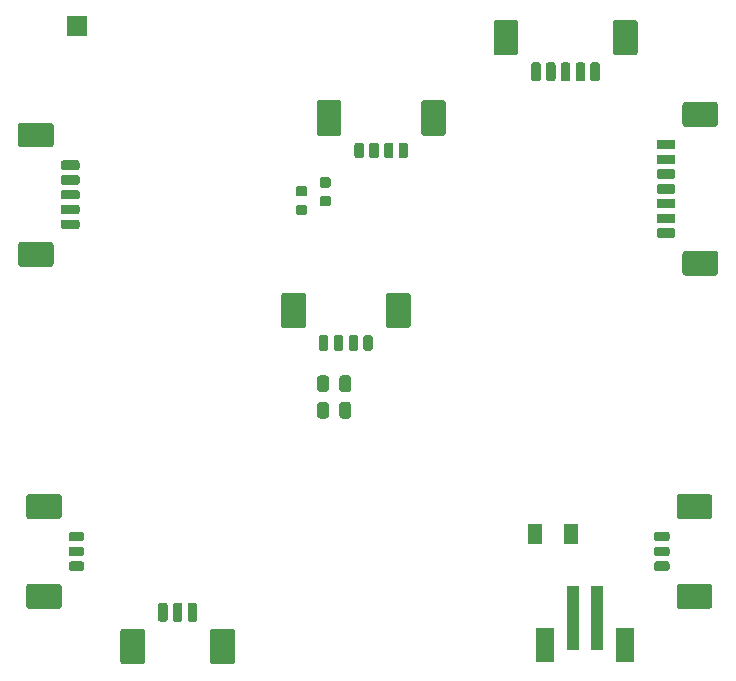
<source format=gbr>
G04 #@! TF.GenerationSoftware,KiCad,Pcbnew,(5.1.5)-3*
G04 #@! TF.CreationDate,2020-03-19T10:51:44+02:00*
G04 #@! TF.ProjectId,SeamlessVision,5365616d-6c65-4737-9356-6973696f6e2e,rev?*
G04 #@! TF.SameCoordinates,Original*
G04 #@! TF.FileFunction,Soldermask,Bot*
G04 #@! TF.FilePolarity,Negative*
%FSLAX46Y46*%
G04 Gerber Fmt 4.6, Leading zero omitted, Abs format (unit mm)*
G04 Created by KiCad (PCBNEW (5.1.5)-3) date 2020-03-19 10:51:44*
%MOMM*%
%LPD*%
G04 APERTURE LIST*
%ADD10C,0.100000*%
%ADD11R,1.170000X1.820000*%
%ADD12R,1.600000X3.000000*%
%ADD13R,1.000000X5.500000*%
%ADD14R,1.700000X1.700000*%
G04 APERTURE END LIST*
D10*
G36*
X94969603Y-104850963D02*
G01*
X94989018Y-104853843D01*
X95008057Y-104858612D01*
X95026537Y-104865224D01*
X95044279Y-104873616D01*
X95061114Y-104883706D01*
X95076879Y-104895398D01*
X95091421Y-104908579D01*
X95104602Y-104923121D01*
X95116294Y-104938886D01*
X95126384Y-104955721D01*
X95134776Y-104973463D01*
X95141388Y-104991943D01*
X95146157Y-105010982D01*
X95149037Y-105030397D01*
X95150000Y-105050000D01*
X95150000Y-105450000D01*
X95149037Y-105469603D01*
X95146157Y-105489018D01*
X95141388Y-105508057D01*
X95134776Y-105526537D01*
X95126384Y-105544279D01*
X95116294Y-105561114D01*
X95104602Y-105576879D01*
X95091421Y-105591421D01*
X95076879Y-105604602D01*
X95061114Y-105616294D01*
X95044279Y-105626384D01*
X95026537Y-105634776D01*
X95008057Y-105641388D01*
X94989018Y-105646157D01*
X94969603Y-105649037D01*
X94950000Y-105650000D01*
X93750000Y-105650000D01*
X93730397Y-105649037D01*
X93710982Y-105646157D01*
X93691943Y-105641388D01*
X93673463Y-105634776D01*
X93655721Y-105626384D01*
X93638886Y-105616294D01*
X93623121Y-105604602D01*
X93608579Y-105591421D01*
X93595398Y-105576879D01*
X93583706Y-105561114D01*
X93573616Y-105544279D01*
X93565224Y-105526537D01*
X93558612Y-105508057D01*
X93553843Y-105489018D01*
X93550963Y-105469603D01*
X93550000Y-105450000D01*
X93550000Y-105050000D01*
X93550963Y-105030397D01*
X93553843Y-105010982D01*
X93558612Y-104991943D01*
X93565224Y-104973463D01*
X93573616Y-104955721D01*
X93583706Y-104938886D01*
X93595398Y-104923121D01*
X93608579Y-104908579D01*
X93623121Y-104895398D01*
X93638886Y-104883706D01*
X93655721Y-104873616D01*
X93673463Y-104865224D01*
X93691943Y-104858612D01*
X93710982Y-104853843D01*
X93730397Y-104850963D01*
X93750000Y-104850000D01*
X94950000Y-104850000D01*
X94969603Y-104850963D01*
G37*
G36*
X94969603Y-106100963D02*
G01*
X94989018Y-106103843D01*
X95008057Y-106108612D01*
X95026537Y-106115224D01*
X95044279Y-106123616D01*
X95061114Y-106133706D01*
X95076879Y-106145398D01*
X95091421Y-106158579D01*
X95104602Y-106173121D01*
X95116294Y-106188886D01*
X95126384Y-106205721D01*
X95134776Y-106223463D01*
X95141388Y-106241943D01*
X95146157Y-106260982D01*
X95149037Y-106280397D01*
X95150000Y-106300000D01*
X95150000Y-106700000D01*
X95149037Y-106719603D01*
X95146157Y-106739018D01*
X95141388Y-106758057D01*
X95134776Y-106776537D01*
X95126384Y-106794279D01*
X95116294Y-106811114D01*
X95104602Y-106826879D01*
X95091421Y-106841421D01*
X95076879Y-106854602D01*
X95061114Y-106866294D01*
X95044279Y-106876384D01*
X95026537Y-106884776D01*
X95008057Y-106891388D01*
X94989018Y-106896157D01*
X94969603Y-106899037D01*
X94950000Y-106900000D01*
X93750000Y-106900000D01*
X93730397Y-106899037D01*
X93710982Y-106896157D01*
X93691943Y-106891388D01*
X93673463Y-106884776D01*
X93655721Y-106876384D01*
X93638886Y-106866294D01*
X93623121Y-106854602D01*
X93608579Y-106841421D01*
X93595398Y-106826879D01*
X93583706Y-106811114D01*
X93573616Y-106794279D01*
X93565224Y-106776537D01*
X93558612Y-106758057D01*
X93553843Y-106739018D01*
X93550963Y-106719603D01*
X93550000Y-106700000D01*
X93550000Y-106300000D01*
X93550963Y-106280397D01*
X93553843Y-106260982D01*
X93558612Y-106241943D01*
X93565224Y-106223463D01*
X93573616Y-106205721D01*
X93583706Y-106188886D01*
X93595398Y-106173121D01*
X93608579Y-106158579D01*
X93623121Y-106145398D01*
X93638886Y-106133706D01*
X93655721Y-106123616D01*
X93673463Y-106115224D01*
X93691943Y-106108612D01*
X93710982Y-106103843D01*
X93730397Y-106100963D01*
X93750000Y-106100000D01*
X94950000Y-106100000D01*
X94969603Y-106100963D01*
G37*
G36*
X94969603Y-107350963D02*
G01*
X94989018Y-107353843D01*
X95008057Y-107358612D01*
X95026537Y-107365224D01*
X95044279Y-107373616D01*
X95061114Y-107383706D01*
X95076879Y-107395398D01*
X95091421Y-107408579D01*
X95104602Y-107423121D01*
X95116294Y-107438886D01*
X95126384Y-107455721D01*
X95134776Y-107473463D01*
X95141388Y-107491943D01*
X95146157Y-107510982D01*
X95149037Y-107530397D01*
X95150000Y-107550000D01*
X95150000Y-107950000D01*
X95149037Y-107969603D01*
X95146157Y-107989018D01*
X95141388Y-108008057D01*
X95134776Y-108026537D01*
X95126384Y-108044279D01*
X95116294Y-108061114D01*
X95104602Y-108076879D01*
X95091421Y-108091421D01*
X95076879Y-108104602D01*
X95061114Y-108116294D01*
X95044279Y-108126384D01*
X95026537Y-108134776D01*
X95008057Y-108141388D01*
X94989018Y-108146157D01*
X94969603Y-108149037D01*
X94950000Y-108150000D01*
X93750000Y-108150000D01*
X93730397Y-108149037D01*
X93710982Y-108146157D01*
X93691943Y-108141388D01*
X93673463Y-108134776D01*
X93655721Y-108126384D01*
X93638886Y-108116294D01*
X93623121Y-108104602D01*
X93608579Y-108091421D01*
X93595398Y-108076879D01*
X93583706Y-108061114D01*
X93573616Y-108044279D01*
X93565224Y-108026537D01*
X93558612Y-108008057D01*
X93553843Y-107989018D01*
X93550963Y-107969603D01*
X93550000Y-107950000D01*
X93550000Y-107550000D01*
X93550963Y-107530397D01*
X93553843Y-107510982D01*
X93558612Y-107491943D01*
X93565224Y-107473463D01*
X93573616Y-107455721D01*
X93583706Y-107438886D01*
X93595398Y-107423121D01*
X93608579Y-107408579D01*
X93623121Y-107395398D01*
X93638886Y-107383706D01*
X93655721Y-107373616D01*
X93673463Y-107365224D01*
X93691943Y-107358612D01*
X93710982Y-107353843D01*
X93730397Y-107350963D01*
X93750000Y-107350000D01*
X94950000Y-107350000D01*
X94969603Y-107350963D01*
G37*
G36*
X94969603Y-108600963D02*
G01*
X94989018Y-108603843D01*
X95008057Y-108608612D01*
X95026537Y-108615224D01*
X95044279Y-108623616D01*
X95061114Y-108633706D01*
X95076879Y-108645398D01*
X95091421Y-108658579D01*
X95104602Y-108673121D01*
X95116294Y-108688886D01*
X95126384Y-108705721D01*
X95134776Y-108723463D01*
X95141388Y-108741943D01*
X95146157Y-108760982D01*
X95149037Y-108780397D01*
X95150000Y-108800000D01*
X95150000Y-109200000D01*
X95149037Y-109219603D01*
X95146157Y-109239018D01*
X95141388Y-109258057D01*
X95134776Y-109276537D01*
X95126384Y-109294279D01*
X95116294Y-109311114D01*
X95104602Y-109326879D01*
X95091421Y-109341421D01*
X95076879Y-109354602D01*
X95061114Y-109366294D01*
X95044279Y-109376384D01*
X95026537Y-109384776D01*
X95008057Y-109391388D01*
X94989018Y-109396157D01*
X94969603Y-109399037D01*
X94950000Y-109400000D01*
X93750000Y-109400000D01*
X93730397Y-109399037D01*
X93710982Y-109396157D01*
X93691943Y-109391388D01*
X93673463Y-109384776D01*
X93655721Y-109376384D01*
X93638886Y-109366294D01*
X93623121Y-109354602D01*
X93608579Y-109341421D01*
X93595398Y-109326879D01*
X93583706Y-109311114D01*
X93573616Y-109294279D01*
X93565224Y-109276537D01*
X93558612Y-109258057D01*
X93553843Y-109239018D01*
X93550963Y-109219603D01*
X93550000Y-109200000D01*
X93550000Y-108800000D01*
X93550963Y-108780397D01*
X93553843Y-108760982D01*
X93558612Y-108741943D01*
X93565224Y-108723463D01*
X93573616Y-108705721D01*
X93583706Y-108688886D01*
X93595398Y-108673121D01*
X93608579Y-108658579D01*
X93623121Y-108645398D01*
X93638886Y-108633706D01*
X93655721Y-108623616D01*
X93673463Y-108615224D01*
X93691943Y-108608612D01*
X93710982Y-108603843D01*
X93730397Y-108600963D01*
X93750000Y-108600000D01*
X94950000Y-108600000D01*
X94969603Y-108600963D01*
G37*
G36*
X94969603Y-109850963D02*
G01*
X94989018Y-109853843D01*
X95008057Y-109858612D01*
X95026537Y-109865224D01*
X95044279Y-109873616D01*
X95061114Y-109883706D01*
X95076879Y-109895398D01*
X95091421Y-109908579D01*
X95104602Y-109923121D01*
X95116294Y-109938886D01*
X95126384Y-109955721D01*
X95134776Y-109973463D01*
X95141388Y-109991943D01*
X95146157Y-110010982D01*
X95149037Y-110030397D01*
X95150000Y-110050000D01*
X95150000Y-110450000D01*
X95149037Y-110469603D01*
X95146157Y-110489018D01*
X95141388Y-110508057D01*
X95134776Y-110526537D01*
X95126384Y-110544279D01*
X95116294Y-110561114D01*
X95104602Y-110576879D01*
X95091421Y-110591421D01*
X95076879Y-110604602D01*
X95061114Y-110616294D01*
X95044279Y-110626384D01*
X95026537Y-110634776D01*
X95008057Y-110641388D01*
X94989018Y-110646157D01*
X94969603Y-110649037D01*
X94950000Y-110650000D01*
X93750000Y-110650000D01*
X93730397Y-110649037D01*
X93710982Y-110646157D01*
X93691943Y-110641388D01*
X93673463Y-110634776D01*
X93655721Y-110626384D01*
X93638886Y-110616294D01*
X93623121Y-110604602D01*
X93608579Y-110591421D01*
X93595398Y-110576879D01*
X93583706Y-110561114D01*
X93573616Y-110544279D01*
X93565224Y-110526537D01*
X93558612Y-110508057D01*
X93553843Y-110489018D01*
X93550963Y-110469603D01*
X93550000Y-110450000D01*
X93550000Y-110050000D01*
X93550963Y-110030397D01*
X93553843Y-110010982D01*
X93558612Y-109991943D01*
X93565224Y-109973463D01*
X93573616Y-109955721D01*
X93583706Y-109938886D01*
X93595398Y-109923121D01*
X93608579Y-109908579D01*
X93623121Y-109895398D01*
X93638886Y-109883706D01*
X93655721Y-109873616D01*
X93673463Y-109865224D01*
X93691943Y-109858612D01*
X93710982Y-109853843D01*
X93730397Y-109850963D01*
X93750000Y-109850000D01*
X94950000Y-109850000D01*
X94969603Y-109850963D01*
G37*
G36*
X94969603Y-111100963D02*
G01*
X94989018Y-111103843D01*
X95008057Y-111108612D01*
X95026537Y-111115224D01*
X95044279Y-111123616D01*
X95061114Y-111133706D01*
X95076879Y-111145398D01*
X95091421Y-111158579D01*
X95104602Y-111173121D01*
X95116294Y-111188886D01*
X95126384Y-111205721D01*
X95134776Y-111223463D01*
X95141388Y-111241943D01*
X95146157Y-111260982D01*
X95149037Y-111280397D01*
X95150000Y-111300000D01*
X95150000Y-111700000D01*
X95149037Y-111719603D01*
X95146157Y-111739018D01*
X95141388Y-111758057D01*
X95134776Y-111776537D01*
X95126384Y-111794279D01*
X95116294Y-111811114D01*
X95104602Y-111826879D01*
X95091421Y-111841421D01*
X95076879Y-111854602D01*
X95061114Y-111866294D01*
X95044279Y-111876384D01*
X95026537Y-111884776D01*
X95008057Y-111891388D01*
X94989018Y-111896157D01*
X94969603Y-111899037D01*
X94950000Y-111900000D01*
X93750000Y-111900000D01*
X93730397Y-111899037D01*
X93710982Y-111896157D01*
X93691943Y-111891388D01*
X93673463Y-111884776D01*
X93655721Y-111876384D01*
X93638886Y-111866294D01*
X93623121Y-111854602D01*
X93608579Y-111841421D01*
X93595398Y-111826879D01*
X93583706Y-111811114D01*
X93573616Y-111794279D01*
X93565224Y-111776537D01*
X93558612Y-111758057D01*
X93553843Y-111739018D01*
X93550963Y-111719603D01*
X93550000Y-111700000D01*
X93550000Y-111300000D01*
X93550963Y-111280397D01*
X93553843Y-111260982D01*
X93558612Y-111241943D01*
X93565224Y-111223463D01*
X93573616Y-111205721D01*
X93583706Y-111188886D01*
X93595398Y-111173121D01*
X93608579Y-111158579D01*
X93623121Y-111145398D01*
X93638886Y-111133706D01*
X93655721Y-111123616D01*
X93673463Y-111115224D01*
X93691943Y-111108612D01*
X93710982Y-111103843D01*
X93730397Y-111100963D01*
X93750000Y-111100000D01*
X94950000Y-111100000D01*
X94969603Y-111100963D01*
G37*
G36*
X94969603Y-112350963D02*
G01*
X94989018Y-112353843D01*
X95008057Y-112358612D01*
X95026537Y-112365224D01*
X95044279Y-112373616D01*
X95061114Y-112383706D01*
X95076879Y-112395398D01*
X95091421Y-112408579D01*
X95104602Y-112423121D01*
X95116294Y-112438886D01*
X95126384Y-112455721D01*
X95134776Y-112473463D01*
X95141388Y-112491943D01*
X95146157Y-112510982D01*
X95149037Y-112530397D01*
X95150000Y-112550000D01*
X95150000Y-112950000D01*
X95149037Y-112969603D01*
X95146157Y-112989018D01*
X95141388Y-113008057D01*
X95134776Y-113026537D01*
X95126384Y-113044279D01*
X95116294Y-113061114D01*
X95104602Y-113076879D01*
X95091421Y-113091421D01*
X95076879Y-113104602D01*
X95061114Y-113116294D01*
X95044279Y-113126384D01*
X95026537Y-113134776D01*
X95008057Y-113141388D01*
X94989018Y-113146157D01*
X94969603Y-113149037D01*
X94950000Y-113150000D01*
X93750000Y-113150000D01*
X93730397Y-113149037D01*
X93710982Y-113146157D01*
X93691943Y-113141388D01*
X93673463Y-113134776D01*
X93655721Y-113126384D01*
X93638886Y-113116294D01*
X93623121Y-113104602D01*
X93608579Y-113091421D01*
X93595398Y-113076879D01*
X93583706Y-113061114D01*
X93573616Y-113044279D01*
X93565224Y-113026537D01*
X93558612Y-113008057D01*
X93553843Y-112989018D01*
X93550963Y-112969603D01*
X93550000Y-112950000D01*
X93550000Y-112550000D01*
X93550963Y-112530397D01*
X93553843Y-112510982D01*
X93558612Y-112491943D01*
X93565224Y-112473463D01*
X93573616Y-112455721D01*
X93583706Y-112438886D01*
X93595398Y-112423121D01*
X93608579Y-112408579D01*
X93623121Y-112395398D01*
X93638886Y-112383706D01*
X93655721Y-112373616D01*
X93673463Y-112365224D01*
X93691943Y-112358612D01*
X93710982Y-112353843D01*
X93730397Y-112350963D01*
X93750000Y-112350000D01*
X94950000Y-112350000D01*
X94969603Y-112350963D01*
G37*
G36*
X98524504Y-101651204D02*
G01*
X98548773Y-101654804D01*
X98572571Y-101660765D01*
X98595671Y-101669030D01*
X98617849Y-101679520D01*
X98638893Y-101692133D01*
X98658598Y-101706747D01*
X98676777Y-101723223D01*
X98693253Y-101741402D01*
X98707867Y-101761107D01*
X98720480Y-101782151D01*
X98730970Y-101804329D01*
X98739235Y-101827429D01*
X98745196Y-101851227D01*
X98748796Y-101875496D01*
X98750000Y-101900000D01*
X98750000Y-103500000D01*
X98748796Y-103524504D01*
X98745196Y-103548773D01*
X98739235Y-103572571D01*
X98730970Y-103595671D01*
X98720480Y-103617849D01*
X98707867Y-103638893D01*
X98693253Y-103658598D01*
X98676777Y-103676777D01*
X98658598Y-103693253D01*
X98638893Y-103707867D01*
X98617849Y-103720480D01*
X98595671Y-103730970D01*
X98572571Y-103739235D01*
X98548773Y-103745196D01*
X98524504Y-103748796D01*
X98500000Y-103750000D01*
X96000000Y-103750000D01*
X95975496Y-103748796D01*
X95951227Y-103745196D01*
X95927429Y-103739235D01*
X95904329Y-103730970D01*
X95882151Y-103720480D01*
X95861107Y-103707867D01*
X95841402Y-103693253D01*
X95823223Y-103676777D01*
X95806747Y-103658598D01*
X95792133Y-103638893D01*
X95779520Y-103617849D01*
X95769030Y-103595671D01*
X95760765Y-103572571D01*
X95754804Y-103548773D01*
X95751204Y-103524504D01*
X95750000Y-103500000D01*
X95750000Y-101900000D01*
X95751204Y-101875496D01*
X95754804Y-101851227D01*
X95760765Y-101827429D01*
X95769030Y-101804329D01*
X95779520Y-101782151D01*
X95792133Y-101761107D01*
X95806747Y-101741402D01*
X95823223Y-101723223D01*
X95841402Y-101706747D01*
X95861107Y-101692133D01*
X95882151Y-101679520D01*
X95904329Y-101669030D01*
X95927429Y-101660765D01*
X95951227Y-101654804D01*
X95975496Y-101651204D01*
X96000000Y-101650000D01*
X98500000Y-101650000D01*
X98524504Y-101651204D01*
G37*
G36*
X98524504Y-114251204D02*
G01*
X98548773Y-114254804D01*
X98572571Y-114260765D01*
X98595671Y-114269030D01*
X98617849Y-114279520D01*
X98638893Y-114292133D01*
X98658598Y-114306747D01*
X98676777Y-114323223D01*
X98693253Y-114341402D01*
X98707867Y-114361107D01*
X98720480Y-114382151D01*
X98730970Y-114404329D01*
X98739235Y-114427429D01*
X98745196Y-114451227D01*
X98748796Y-114475496D01*
X98750000Y-114500000D01*
X98750000Y-116100000D01*
X98748796Y-116124504D01*
X98745196Y-116148773D01*
X98739235Y-116172571D01*
X98730970Y-116195671D01*
X98720480Y-116217849D01*
X98707867Y-116238893D01*
X98693253Y-116258598D01*
X98676777Y-116276777D01*
X98658598Y-116293253D01*
X98638893Y-116307867D01*
X98617849Y-116320480D01*
X98595671Y-116330970D01*
X98572571Y-116339235D01*
X98548773Y-116345196D01*
X98524504Y-116348796D01*
X98500000Y-116350000D01*
X96000000Y-116350000D01*
X95975496Y-116348796D01*
X95951227Y-116345196D01*
X95927429Y-116339235D01*
X95904329Y-116330970D01*
X95882151Y-116320480D01*
X95861107Y-116307867D01*
X95841402Y-116293253D01*
X95823223Y-116276777D01*
X95806747Y-116258598D01*
X95792133Y-116238893D01*
X95779520Y-116217849D01*
X95769030Y-116195671D01*
X95760765Y-116172571D01*
X95754804Y-116148773D01*
X95751204Y-116124504D01*
X95750000Y-116100000D01*
X95750000Y-114500000D01*
X95751204Y-114475496D01*
X95754804Y-114451227D01*
X95760765Y-114427429D01*
X95769030Y-114404329D01*
X95779520Y-114382151D01*
X95792133Y-114361107D01*
X95806747Y-114341402D01*
X95823223Y-114323223D01*
X95841402Y-114306747D01*
X95861107Y-114292133D01*
X95882151Y-114279520D01*
X95904329Y-114269030D01*
X95927429Y-114260765D01*
X95951227Y-114254804D01*
X95975496Y-114251204D01*
X96000000Y-114250000D01*
X98500000Y-114250000D01*
X98524504Y-114251204D01*
G37*
G36*
X65580142Y-127051174D02*
G01*
X65603803Y-127054684D01*
X65627007Y-127060496D01*
X65649529Y-127068554D01*
X65671153Y-127078782D01*
X65691670Y-127091079D01*
X65710883Y-127105329D01*
X65728607Y-127121393D01*
X65744671Y-127139117D01*
X65758921Y-127158330D01*
X65771218Y-127178847D01*
X65781446Y-127200471D01*
X65789504Y-127222993D01*
X65795316Y-127246197D01*
X65798826Y-127269858D01*
X65800000Y-127293750D01*
X65800000Y-128206250D01*
X65798826Y-128230142D01*
X65795316Y-128253803D01*
X65789504Y-128277007D01*
X65781446Y-128299529D01*
X65771218Y-128321153D01*
X65758921Y-128341670D01*
X65744671Y-128360883D01*
X65728607Y-128378607D01*
X65710883Y-128394671D01*
X65691670Y-128408921D01*
X65671153Y-128421218D01*
X65649529Y-128431446D01*
X65627007Y-128439504D01*
X65603803Y-128445316D01*
X65580142Y-128448826D01*
X65556250Y-128450000D01*
X65068750Y-128450000D01*
X65044858Y-128448826D01*
X65021197Y-128445316D01*
X64997993Y-128439504D01*
X64975471Y-128431446D01*
X64953847Y-128421218D01*
X64933330Y-128408921D01*
X64914117Y-128394671D01*
X64896393Y-128378607D01*
X64880329Y-128360883D01*
X64866079Y-128341670D01*
X64853782Y-128321153D01*
X64843554Y-128299529D01*
X64835496Y-128277007D01*
X64829684Y-128253803D01*
X64826174Y-128230142D01*
X64825000Y-128206250D01*
X64825000Y-127293750D01*
X64826174Y-127269858D01*
X64829684Y-127246197D01*
X64835496Y-127222993D01*
X64843554Y-127200471D01*
X64853782Y-127178847D01*
X64866079Y-127158330D01*
X64880329Y-127139117D01*
X64896393Y-127121393D01*
X64914117Y-127105329D01*
X64933330Y-127091079D01*
X64953847Y-127078782D01*
X64975471Y-127068554D01*
X64997993Y-127060496D01*
X65021197Y-127054684D01*
X65044858Y-127051174D01*
X65068750Y-127050000D01*
X65556250Y-127050000D01*
X65580142Y-127051174D01*
G37*
G36*
X67455142Y-127051174D02*
G01*
X67478803Y-127054684D01*
X67502007Y-127060496D01*
X67524529Y-127068554D01*
X67546153Y-127078782D01*
X67566670Y-127091079D01*
X67585883Y-127105329D01*
X67603607Y-127121393D01*
X67619671Y-127139117D01*
X67633921Y-127158330D01*
X67646218Y-127178847D01*
X67656446Y-127200471D01*
X67664504Y-127222993D01*
X67670316Y-127246197D01*
X67673826Y-127269858D01*
X67675000Y-127293750D01*
X67675000Y-128206250D01*
X67673826Y-128230142D01*
X67670316Y-128253803D01*
X67664504Y-128277007D01*
X67656446Y-128299529D01*
X67646218Y-128321153D01*
X67633921Y-128341670D01*
X67619671Y-128360883D01*
X67603607Y-128378607D01*
X67585883Y-128394671D01*
X67566670Y-128408921D01*
X67546153Y-128421218D01*
X67524529Y-128431446D01*
X67502007Y-128439504D01*
X67478803Y-128445316D01*
X67455142Y-128448826D01*
X67431250Y-128450000D01*
X66943750Y-128450000D01*
X66919858Y-128448826D01*
X66896197Y-128445316D01*
X66872993Y-128439504D01*
X66850471Y-128431446D01*
X66828847Y-128421218D01*
X66808330Y-128408921D01*
X66789117Y-128394671D01*
X66771393Y-128378607D01*
X66755329Y-128360883D01*
X66741079Y-128341670D01*
X66728782Y-128321153D01*
X66718554Y-128299529D01*
X66710496Y-128277007D01*
X66704684Y-128253803D01*
X66701174Y-128230142D01*
X66700000Y-128206250D01*
X66700000Y-127293750D01*
X66701174Y-127269858D01*
X66704684Y-127246197D01*
X66710496Y-127222993D01*
X66718554Y-127200471D01*
X66728782Y-127178847D01*
X66741079Y-127158330D01*
X66755329Y-127139117D01*
X66771393Y-127121393D01*
X66789117Y-127105329D01*
X66808330Y-127091079D01*
X66828847Y-127078782D01*
X66850471Y-127068554D01*
X66872993Y-127060496D01*
X66896197Y-127054684D01*
X66919858Y-127051174D01*
X66943750Y-127050000D01*
X67431250Y-127050000D01*
X67455142Y-127051174D01*
G37*
G36*
X67455142Y-124801174D02*
G01*
X67478803Y-124804684D01*
X67502007Y-124810496D01*
X67524529Y-124818554D01*
X67546153Y-124828782D01*
X67566670Y-124841079D01*
X67585883Y-124855329D01*
X67603607Y-124871393D01*
X67619671Y-124889117D01*
X67633921Y-124908330D01*
X67646218Y-124928847D01*
X67656446Y-124950471D01*
X67664504Y-124972993D01*
X67670316Y-124996197D01*
X67673826Y-125019858D01*
X67675000Y-125043750D01*
X67675000Y-125956250D01*
X67673826Y-125980142D01*
X67670316Y-126003803D01*
X67664504Y-126027007D01*
X67656446Y-126049529D01*
X67646218Y-126071153D01*
X67633921Y-126091670D01*
X67619671Y-126110883D01*
X67603607Y-126128607D01*
X67585883Y-126144671D01*
X67566670Y-126158921D01*
X67546153Y-126171218D01*
X67524529Y-126181446D01*
X67502007Y-126189504D01*
X67478803Y-126195316D01*
X67455142Y-126198826D01*
X67431250Y-126200000D01*
X66943750Y-126200000D01*
X66919858Y-126198826D01*
X66896197Y-126195316D01*
X66872993Y-126189504D01*
X66850471Y-126181446D01*
X66828847Y-126171218D01*
X66808330Y-126158921D01*
X66789117Y-126144671D01*
X66771393Y-126128607D01*
X66755329Y-126110883D01*
X66741079Y-126091670D01*
X66728782Y-126071153D01*
X66718554Y-126049529D01*
X66710496Y-126027007D01*
X66704684Y-126003803D01*
X66701174Y-125980142D01*
X66700000Y-125956250D01*
X66700000Y-125043750D01*
X66701174Y-125019858D01*
X66704684Y-124996197D01*
X66710496Y-124972993D01*
X66718554Y-124950471D01*
X66728782Y-124928847D01*
X66741079Y-124908330D01*
X66755329Y-124889117D01*
X66771393Y-124871393D01*
X66789117Y-124855329D01*
X66808330Y-124841079D01*
X66828847Y-124828782D01*
X66850471Y-124818554D01*
X66872993Y-124810496D01*
X66896197Y-124804684D01*
X66919858Y-124801174D01*
X66943750Y-124800000D01*
X67431250Y-124800000D01*
X67455142Y-124801174D01*
G37*
G36*
X65580142Y-124801174D02*
G01*
X65603803Y-124804684D01*
X65627007Y-124810496D01*
X65649529Y-124818554D01*
X65671153Y-124828782D01*
X65691670Y-124841079D01*
X65710883Y-124855329D01*
X65728607Y-124871393D01*
X65744671Y-124889117D01*
X65758921Y-124908330D01*
X65771218Y-124928847D01*
X65781446Y-124950471D01*
X65789504Y-124972993D01*
X65795316Y-124996197D01*
X65798826Y-125019858D01*
X65800000Y-125043750D01*
X65800000Y-125956250D01*
X65798826Y-125980142D01*
X65795316Y-126003803D01*
X65789504Y-126027007D01*
X65781446Y-126049529D01*
X65771218Y-126071153D01*
X65758921Y-126091670D01*
X65744671Y-126110883D01*
X65728607Y-126128607D01*
X65710883Y-126144671D01*
X65691670Y-126158921D01*
X65671153Y-126171218D01*
X65649529Y-126181446D01*
X65627007Y-126189504D01*
X65603803Y-126195316D01*
X65580142Y-126198826D01*
X65556250Y-126200000D01*
X65068750Y-126200000D01*
X65044858Y-126198826D01*
X65021197Y-126195316D01*
X64997993Y-126189504D01*
X64975471Y-126181446D01*
X64953847Y-126171218D01*
X64933330Y-126158921D01*
X64914117Y-126144671D01*
X64896393Y-126128607D01*
X64880329Y-126110883D01*
X64866079Y-126091670D01*
X64853782Y-126071153D01*
X64843554Y-126049529D01*
X64835496Y-126027007D01*
X64829684Y-126003803D01*
X64826174Y-125980142D01*
X64825000Y-125956250D01*
X64825000Y-125043750D01*
X64826174Y-125019858D01*
X64829684Y-124996197D01*
X64835496Y-124972993D01*
X64843554Y-124950471D01*
X64853782Y-124928847D01*
X64866079Y-124908330D01*
X64880329Y-124889117D01*
X64896393Y-124871393D01*
X64914117Y-124855329D01*
X64933330Y-124841079D01*
X64953847Y-124828782D01*
X64975471Y-124818554D01*
X64997993Y-124810496D01*
X65021197Y-124804684D01*
X65044858Y-124801174D01*
X65068750Y-124800000D01*
X65556250Y-124800000D01*
X65580142Y-124801174D01*
G37*
G36*
X65777691Y-108026053D02*
G01*
X65798926Y-108029203D01*
X65819750Y-108034419D01*
X65839962Y-108041651D01*
X65859368Y-108050830D01*
X65877781Y-108061866D01*
X65895024Y-108074654D01*
X65910930Y-108089070D01*
X65925346Y-108104976D01*
X65938134Y-108122219D01*
X65949170Y-108140632D01*
X65958349Y-108160038D01*
X65965581Y-108180250D01*
X65970797Y-108201074D01*
X65973947Y-108222309D01*
X65975000Y-108243750D01*
X65975000Y-108681250D01*
X65973947Y-108702691D01*
X65970797Y-108723926D01*
X65965581Y-108744750D01*
X65958349Y-108764962D01*
X65949170Y-108784368D01*
X65938134Y-108802781D01*
X65925346Y-108820024D01*
X65910930Y-108835930D01*
X65895024Y-108850346D01*
X65877781Y-108863134D01*
X65859368Y-108874170D01*
X65839962Y-108883349D01*
X65819750Y-108890581D01*
X65798926Y-108895797D01*
X65777691Y-108898947D01*
X65756250Y-108900000D01*
X65243750Y-108900000D01*
X65222309Y-108898947D01*
X65201074Y-108895797D01*
X65180250Y-108890581D01*
X65160038Y-108883349D01*
X65140632Y-108874170D01*
X65122219Y-108863134D01*
X65104976Y-108850346D01*
X65089070Y-108835930D01*
X65074654Y-108820024D01*
X65061866Y-108802781D01*
X65050830Y-108784368D01*
X65041651Y-108764962D01*
X65034419Y-108744750D01*
X65029203Y-108723926D01*
X65026053Y-108702691D01*
X65025000Y-108681250D01*
X65025000Y-108243750D01*
X65026053Y-108222309D01*
X65029203Y-108201074D01*
X65034419Y-108180250D01*
X65041651Y-108160038D01*
X65050830Y-108140632D01*
X65061866Y-108122219D01*
X65074654Y-108104976D01*
X65089070Y-108089070D01*
X65104976Y-108074654D01*
X65122219Y-108061866D01*
X65140632Y-108050830D01*
X65160038Y-108041651D01*
X65180250Y-108034419D01*
X65201074Y-108029203D01*
X65222309Y-108026053D01*
X65243750Y-108025000D01*
X65756250Y-108025000D01*
X65777691Y-108026053D01*
G37*
G36*
X65777691Y-109601053D02*
G01*
X65798926Y-109604203D01*
X65819750Y-109609419D01*
X65839962Y-109616651D01*
X65859368Y-109625830D01*
X65877781Y-109636866D01*
X65895024Y-109649654D01*
X65910930Y-109664070D01*
X65925346Y-109679976D01*
X65938134Y-109697219D01*
X65949170Y-109715632D01*
X65958349Y-109735038D01*
X65965581Y-109755250D01*
X65970797Y-109776074D01*
X65973947Y-109797309D01*
X65975000Y-109818750D01*
X65975000Y-110256250D01*
X65973947Y-110277691D01*
X65970797Y-110298926D01*
X65965581Y-110319750D01*
X65958349Y-110339962D01*
X65949170Y-110359368D01*
X65938134Y-110377781D01*
X65925346Y-110395024D01*
X65910930Y-110410930D01*
X65895024Y-110425346D01*
X65877781Y-110438134D01*
X65859368Y-110449170D01*
X65839962Y-110458349D01*
X65819750Y-110465581D01*
X65798926Y-110470797D01*
X65777691Y-110473947D01*
X65756250Y-110475000D01*
X65243750Y-110475000D01*
X65222309Y-110473947D01*
X65201074Y-110470797D01*
X65180250Y-110465581D01*
X65160038Y-110458349D01*
X65140632Y-110449170D01*
X65122219Y-110438134D01*
X65104976Y-110425346D01*
X65089070Y-110410930D01*
X65074654Y-110395024D01*
X65061866Y-110377781D01*
X65050830Y-110359368D01*
X65041651Y-110339962D01*
X65034419Y-110319750D01*
X65029203Y-110298926D01*
X65026053Y-110277691D01*
X65025000Y-110256250D01*
X65025000Y-109818750D01*
X65026053Y-109797309D01*
X65029203Y-109776074D01*
X65034419Y-109755250D01*
X65041651Y-109735038D01*
X65050830Y-109715632D01*
X65061866Y-109697219D01*
X65074654Y-109679976D01*
X65089070Y-109664070D01*
X65104976Y-109649654D01*
X65122219Y-109636866D01*
X65140632Y-109625830D01*
X65160038Y-109616651D01*
X65180250Y-109609419D01*
X65201074Y-109604203D01*
X65222309Y-109601053D01*
X65243750Y-109600000D01*
X65756250Y-109600000D01*
X65777691Y-109601053D01*
G37*
G36*
X63777691Y-108776053D02*
G01*
X63798926Y-108779203D01*
X63819750Y-108784419D01*
X63839962Y-108791651D01*
X63859368Y-108800830D01*
X63877781Y-108811866D01*
X63895024Y-108824654D01*
X63910930Y-108839070D01*
X63925346Y-108854976D01*
X63938134Y-108872219D01*
X63949170Y-108890632D01*
X63958349Y-108910038D01*
X63965581Y-108930250D01*
X63970797Y-108951074D01*
X63973947Y-108972309D01*
X63975000Y-108993750D01*
X63975000Y-109431250D01*
X63973947Y-109452691D01*
X63970797Y-109473926D01*
X63965581Y-109494750D01*
X63958349Y-109514962D01*
X63949170Y-109534368D01*
X63938134Y-109552781D01*
X63925346Y-109570024D01*
X63910930Y-109585930D01*
X63895024Y-109600346D01*
X63877781Y-109613134D01*
X63859368Y-109624170D01*
X63839962Y-109633349D01*
X63819750Y-109640581D01*
X63798926Y-109645797D01*
X63777691Y-109648947D01*
X63756250Y-109650000D01*
X63243750Y-109650000D01*
X63222309Y-109648947D01*
X63201074Y-109645797D01*
X63180250Y-109640581D01*
X63160038Y-109633349D01*
X63140632Y-109624170D01*
X63122219Y-109613134D01*
X63104976Y-109600346D01*
X63089070Y-109585930D01*
X63074654Y-109570024D01*
X63061866Y-109552781D01*
X63050830Y-109534368D01*
X63041651Y-109514962D01*
X63034419Y-109494750D01*
X63029203Y-109473926D01*
X63026053Y-109452691D01*
X63025000Y-109431250D01*
X63025000Y-108993750D01*
X63026053Y-108972309D01*
X63029203Y-108951074D01*
X63034419Y-108930250D01*
X63041651Y-108910038D01*
X63050830Y-108890632D01*
X63061866Y-108872219D01*
X63074654Y-108854976D01*
X63089070Y-108839070D01*
X63104976Y-108824654D01*
X63122219Y-108811866D01*
X63140632Y-108800830D01*
X63160038Y-108791651D01*
X63180250Y-108784419D01*
X63201074Y-108779203D01*
X63222309Y-108776053D01*
X63243750Y-108775000D01*
X63756250Y-108775000D01*
X63777691Y-108776053D01*
G37*
G36*
X63777691Y-110351053D02*
G01*
X63798926Y-110354203D01*
X63819750Y-110359419D01*
X63839962Y-110366651D01*
X63859368Y-110375830D01*
X63877781Y-110386866D01*
X63895024Y-110399654D01*
X63910930Y-110414070D01*
X63925346Y-110429976D01*
X63938134Y-110447219D01*
X63949170Y-110465632D01*
X63958349Y-110485038D01*
X63965581Y-110505250D01*
X63970797Y-110526074D01*
X63973947Y-110547309D01*
X63975000Y-110568750D01*
X63975000Y-111006250D01*
X63973947Y-111027691D01*
X63970797Y-111048926D01*
X63965581Y-111069750D01*
X63958349Y-111089962D01*
X63949170Y-111109368D01*
X63938134Y-111127781D01*
X63925346Y-111145024D01*
X63910930Y-111160930D01*
X63895024Y-111175346D01*
X63877781Y-111188134D01*
X63859368Y-111199170D01*
X63839962Y-111208349D01*
X63819750Y-111215581D01*
X63798926Y-111220797D01*
X63777691Y-111223947D01*
X63756250Y-111225000D01*
X63243750Y-111225000D01*
X63222309Y-111223947D01*
X63201074Y-111220797D01*
X63180250Y-111215581D01*
X63160038Y-111208349D01*
X63140632Y-111199170D01*
X63122219Y-111188134D01*
X63104976Y-111175346D01*
X63089070Y-111160930D01*
X63074654Y-111145024D01*
X63061866Y-111127781D01*
X63050830Y-111109368D01*
X63041651Y-111089962D01*
X63034419Y-111069750D01*
X63029203Y-111048926D01*
X63026053Y-111027691D01*
X63025000Y-111006250D01*
X63025000Y-110568750D01*
X63026053Y-110547309D01*
X63029203Y-110526074D01*
X63034419Y-110505250D01*
X63041651Y-110485038D01*
X63050830Y-110465632D01*
X63061866Y-110447219D01*
X63074654Y-110429976D01*
X63089070Y-110414070D01*
X63104976Y-110399654D01*
X63122219Y-110386866D01*
X63140632Y-110375830D01*
X63160038Y-110366651D01*
X63180250Y-110359419D01*
X63201074Y-110354203D01*
X63222309Y-110351053D01*
X63243750Y-110350000D01*
X63756250Y-110350000D01*
X63777691Y-110351053D01*
G37*
D11*
X83230000Y-138250000D03*
X86270000Y-138250000D03*
D10*
G36*
X44519603Y-111600963D02*
G01*
X44539018Y-111603843D01*
X44558057Y-111608612D01*
X44576537Y-111615224D01*
X44594279Y-111623616D01*
X44611114Y-111633706D01*
X44626879Y-111645398D01*
X44641421Y-111658579D01*
X44654602Y-111673121D01*
X44666294Y-111688886D01*
X44676384Y-111705721D01*
X44684776Y-111723463D01*
X44691388Y-111741943D01*
X44696157Y-111760982D01*
X44699037Y-111780397D01*
X44700000Y-111800000D01*
X44700000Y-112200000D01*
X44699037Y-112219603D01*
X44696157Y-112239018D01*
X44691388Y-112258057D01*
X44684776Y-112276537D01*
X44676384Y-112294279D01*
X44666294Y-112311114D01*
X44654602Y-112326879D01*
X44641421Y-112341421D01*
X44626879Y-112354602D01*
X44611114Y-112366294D01*
X44594279Y-112376384D01*
X44576537Y-112384776D01*
X44558057Y-112391388D01*
X44539018Y-112396157D01*
X44519603Y-112399037D01*
X44500000Y-112400000D01*
X43300000Y-112400000D01*
X43280397Y-112399037D01*
X43260982Y-112396157D01*
X43241943Y-112391388D01*
X43223463Y-112384776D01*
X43205721Y-112376384D01*
X43188886Y-112366294D01*
X43173121Y-112354602D01*
X43158579Y-112341421D01*
X43145398Y-112326879D01*
X43133706Y-112311114D01*
X43123616Y-112294279D01*
X43115224Y-112276537D01*
X43108612Y-112258057D01*
X43103843Y-112239018D01*
X43100963Y-112219603D01*
X43100000Y-112200000D01*
X43100000Y-111800000D01*
X43100963Y-111780397D01*
X43103843Y-111760982D01*
X43108612Y-111741943D01*
X43115224Y-111723463D01*
X43123616Y-111705721D01*
X43133706Y-111688886D01*
X43145398Y-111673121D01*
X43158579Y-111658579D01*
X43173121Y-111645398D01*
X43188886Y-111633706D01*
X43205721Y-111623616D01*
X43223463Y-111615224D01*
X43241943Y-111608612D01*
X43260982Y-111603843D01*
X43280397Y-111600963D01*
X43300000Y-111600000D01*
X44500000Y-111600000D01*
X44519603Y-111600963D01*
G37*
G36*
X44519603Y-110350963D02*
G01*
X44539018Y-110353843D01*
X44558057Y-110358612D01*
X44576537Y-110365224D01*
X44594279Y-110373616D01*
X44611114Y-110383706D01*
X44626879Y-110395398D01*
X44641421Y-110408579D01*
X44654602Y-110423121D01*
X44666294Y-110438886D01*
X44676384Y-110455721D01*
X44684776Y-110473463D01*
X44691388Y-110491943D01*
X44696157Y-110510982D01*
X44699037Y-110530397D01*
X44700000Y-110550000D01*
X44700000Y-110950000D01*
X44699037Y-110969603D01*
X44696157Y-110989018D01*
X44691388Y-111008057D01*
X44684776Y-111026537D01*
X44676384Y-111044279D01*
X44666294Y-111061114D01*
X44654602Y-111076879D01*
X44641421Y-111091421D01*
X44626879Y-111104602D01*
X44611114Y-111116294D01*
X44594279Y-111126384D01*
X44576537Y-111134776D01*
X44558057Y-111141388D01*
X44539018Y-111146157D01*
X44519603Y-111149037D01*
X44500000Y-111150000D01*
X43300000Y-111150000D01*
X43280397Y-111149037D01*
X43260982Y-111146157D01*
X43241943Y-111141388D01*
X43223463Y-111134776D01*
X43205721Y-111126384D01*
X43188886Y-111116294D01*
X43173121Y-111104602D01*
X43158579Y-111091421D01*
X43145398Y-111076879D01*
X43133706Y-111061114D01*
X43123616Y-111044279D01*
X43115224Y-111026537D01*
X43108612Y-111008057D01*
X43103843Y-110989018D01*
X43100963Y-110969603D01*
X43100000Y-110950000D01*
X43100000Y-110550000D01*
X43100963Y-110530397D01*
X43103843Y-110510982D01*
X43108612Y-110491943D01*
X43115224Y-110473463D01*
X43123616Y-110455721D01*
X43133706Y-110438886D01*
X43145398Y-110423121D01*
X43158579Y-110408579D01*
X43173121Y-110395398D01*
X43188886Y-110383706D01*
X43205721Y-110373616D01*
X43223463Y-110365224D01*
X43241943Y-110358612D01*
X43260982Y-110353843D01*
X43280397Y-110350963D01*
X43300000Y-110350000D01*
X44500000Y-110350000D01*
X44519603Y-110350963D01*
G37*
G36*
X44519603Y-109100963D02*
G01*
X44539018Y-109103843D01*
X44558057Y-109108612D01*
X44576537Y-109115224D01*
X44594279Y-109123616D01*
X44611114Y-109133706D01*
X44626879Y-109145398D01*
X44641421Y-109158579D01*
X44654602Y-109173121D01*
X44666294Y-109188886D01*
X44676384Y-109205721D01*
X44684776Y-109223463D01*
X44691388Y-109241943D01*
X44696157Y-109260982D01*
X44699037Y-109280397D01*
X44700000Y-109300000D01*
X44700000Y-109700000D01*
X44699037Y-109719603D01*
X44696157Y-109739018D01*
X44691388Y-109758057D01*
X44684776Y-109776537D01*
X44676384Y-109794279D01*
X44666294Y-109811114D01*
X44654602Y-109826879D01*
X44641421Y-109841421D01*
X44626879Y-109854602D01*
X44611114Y-109866294D01*
X44594279Y-109876384D01*
X44576537Y-109884776D01*
X44558057Y-109891388D01*
X44539018Y-109896157D01*
X44519603Y-109899037D01*
X44500000Y-109900000D01*
X43300000Y-109900000D01*
X43280397Y-109899037D01*
X43260982Y-109896157D01*
X43241943Y-109891388D01*
X43223463Y-109884776D01*
X43205721Y-109876384D01*
X43188886Y-109866294D01*
X43173121Y-109854602D01*
X43158579Y-109841421D01*
X43145398Y-109826879D01*
X43133706Y-109811114D01*
X43123616Y-109794279D01*
X43115224Y-109776537D01*
X43108612Y-109758057D01*
X43103843Y-109739018D01*
X43100963Y-109719603D01*
X43100000Y-109700000D01*
X43100000Y-109300000D01*
X43100963Y-109280397D01*
X43103843Y-109260982D01*
X43108612Y-109241943D01*
X43115224Y-109223463D01*
X43123616Y-109205721D01*
X43133706Y-109188886D01*
X43145398Y-109173121D01*
X43158579Y-109158579D01*
X43173121Y-109145398D01*
X43188886Y-109133706D01*
X43205721Y-109123616D01*
X43223463Y-109115224D01*
X43241943Y-109108612D01*
X43260982Y-109103843D01*
X43280397Y-109100963D01*
X43300000Y-109100000D01*
X44500000Y-109100000D01*
X44519603Y-109100963D01*
G37*
G36*
X44519603Y-107850963D02*
G01*
X44539018Y-107853843D01*
X44558057Y-107858612D01*
X44576537Y-107865224D01*
X44594279Y-107873616D01*
X44611114Y-107883706D01*
X44626879Y-107895398D01*
X44641421Y-107908579D01*
X44654602Y-107923121D01*
X44666294Y-107938886D01*
X44676384Y-107955721D01*
X44684776Y-107973463D01*
X44691388Y-107991943D01*
X44696157Y-108010982D01*
X44699037Y-108030397D01*
X44700000Y-108050000D01*
X44700000Y-108450000D01*
X44699037Y-108469603D01*
X44696157Y-108489018D01*
X44691388Y-108508057D01*
X44684776Y-108526537D01*
X44676384Y-108544279D01*
X44666294Y-108561114D01*
X44654602Y-108576879D01*
X44641421Y-108591421D01*
X44626879Y-108604602D01*
X44611114Y-108616294D01*
X44594279Y-108626384D01*
X44576537Y-108634776D01*
X44558057Y-108641388D01*
X44539018Y-108646157D01*
X44519603Y-108649037D01*
X44500000Y-108650000D01*
X43300000Y-108650000D01*
X43280397Y-108649037D01*
X43260982Y-108646157D01*
X43241943Y-108641388D01*
X43223463Y-108634776D01*
X43205721Y-108626384D01*
X43188886Y-108616294D01*
X43173121Y-108604602D01*
X43158579Y-108591421D01*
X43145398Y-108576879D01*
X43133706Y-108561114D01*
X43123616Y-108544279D01*
X43115224Y-108526537D01*
X43108612Y-108508057D01*
X43103843Y-108489018D01*
X43100963Y-108469603D01*
X43100000Y-108450000D01*
X43100000Y-108050000D01*
X43100963Y-108030397D01*
X43103843Y-108010982D01*
X43108612Y-107991943D01*
X43115224Y-107973463D01*
X43123616Y-107955721D01*
X43133706Y-107938886D01*
X43145398Y-107923121D01*
X43158579Y-107908579D01*
X43173121Y-107895398D01*
X43188886Y-107883706D01*
X43205721Y-107873616D01*
X43223463Y-107865224D01*
X43241943Y-107858612D01*
X43260982Y-107853843D01*
X43280397Y-107850963D01*
X43300000Y-107850000D01*
X44500000Y-107850000D01*
X44519603Y-107850963D01*
G37*
G36*
X44519603Y-106600963D02*
G01*
X44539018Y-106603843D01*
X44558057Y-106608612D01*
X44576537Y-106615224D01*
X44594279Y-106623616D01*
X44611114Y-106633706D01*
X44626879Y-106645398D01*
X44641421Y-106658579D01*
X44654602Y-106673121D01*
X44666294Y-106688886D01*
X44676384Y-106705721D01*
X44684776Y-106723463D01*
X44691388Y-106741943D01*
X44696157Y-106760982D01*
X44699037Y-106780397D01*
X44700000Y-106800000D01*
X44700000Y-107200000D01*
X44699037Y-107219603D01*
X44696157Y-107239018D01*
X44691388Y-107258057D01*
X44684776Y-107276537D01*
X44676384Y-107294279D01*
X44666294Y-107311114D01*
X44654602Y-107326879D01*
X44641421Y-107341421D01*
X44626879Y-107354602D01*
X44611114Y-107366294D01*
X44594279Y-107376384D01*
X44576537Y-107384776D01*
X44558057Y-107391388D01*
X44539018Y-107396157D01*
X44519603Y-107399037D01*
X44500000Y-107400000D01*
X43300000Y-107400000D01*
X43280397Y-107399037D01*
X43260982Y-107396157D01*
X43241943Y-107391388D01*
X43223463Y-107384776D01*
X43205721Y-107376384D01*
X43188886Y-107366294D01*
X43173121Y-107354602D01*
X43158579Y-107341421D01*
X43145398Y-107326879D01*
X43133706Y-107311114D01*
X43123616Y-107294279D01*
X43115224Y-107276537D01*
X43108612Y-107258057D01*
X43103843Y-107239018D01*
X43100963Y-107219603D01*
X43100000Y-107200000D01*
X43100000Y-106800000D01*
X43100963Y-106780397D01*
X43103843Y-106760982D01*
X43108612Y-106741943D01*
X43115224Y-106723463D01*
X43123616Y-106705721D01*
X43133706Y-106688886D01*
X43145398Y-106673121D01*
X43158579Y-106658579D01*
X43173121Y-106645398D01*
X43188886Y-106633706D01*
X43205721Y-106623616D01*
X43223463Y-106615224D01*
X43241943Y-106608612D01*
X43260982Y-106603843D01*
X43280397Y-106600963D01*
X43300000Y-106600000D01*
X44500000Y-106600000D01*
X44519603Y-106600963D01*
G37*
G36*
X42274504Y-113501204D02*
G01*
X42298773Y-113504804D01*
X42322571Y-113510765D01*
X42345671Y-113519030D01*
X42367849Y-113529520D01*
X42388893Y-113542133D01*
X42408598Y-113556747D01*
X42426777Y-113573223D01*
X42443253Y-113591402D01*
X42457867Y-113611107D01*
X42470480Y-113632151D01*
X42480970Y-113654329D01*
X42489235Y-113677429D01*
X42495196Y-113701227D01*
X42498796Y-113725496D01*
X42500000Y-113750000D01*
X42500000Y-115350000D01*
X42498796Y-115374504D01*
X42495196Y-115398773D01*
X42489235Y-115422571D01*
X42480970Y-115445671D01*
X42470480Y-115467849D01*
X42457867Y-115488893D01*
X42443253Y-115508598D01*
X42426777Y-115526777D01*
X42408598Y-115543253D01*
X42388893Y-115557867D01*
X42367849Y-115570480D01*
X42345671Y-115580970D01*
X42322571Y-115589235D01*
X42298773Y-115595196D01*
X42274504Y-115598796D01*
X42250000Y-115600000D01*
X39750000Y-115600000D01*
X39725496Y-115598796D01*
X39701227Y-115595196D01*
X39677429Y-115589235D01*
X39654329Y-115580970D01*
X39632151Y-115570480D01*
X39611107Y-115557867D01*
X39591402Y-115543253D01*
X39573223Y-115526777D01*
X39556747Y-115508598D01*
X39542133Y-115488893D01*
X39529520Y-115467849D01*
X39519030Y-115445671D01*
X39510765Y-115422571D01*
X39504804Y-115398773D01*
X39501204Y-115374504D01*
X39500000Y-115350000D01*
X39500000Y-113750000D01*
X39501204Y-113725496D01*
X39504804Y-113701227D01*
X39510765Y-113677429D01*
X39519030Y-113654329D01*
X39529520Y-113632151D01*
X39542133Y-113611107D01*
X39556747Y-113591402D01*
X39573223Y-113573223D01*
X39591402Y-113556747D01*
X39611107Y-113542133D01*
X39632151Y-113529520D01*
X39654329Y-113519030D01*
X39677429Y-113510765D01*
X39701227Y-113504804D01*
X39725496Y-113501204D01*
X39750000Y-113500000D01*
X42250000Y-113500000D01*
X42274504Y-113501204D01*
G37*
G36*
X42274504Y-103401204D02*
G01*
X42298773Y-103404804D01*
X42322571Y-103410765D01*
X42345671Y-103419030D01*
X42367849Y-103429520D01*
X42388893Y-103442133D01*
X42408598Y-103456747D01*
X42426777Y-103473223D01*
X42443253Y-103491402D01*
X42457867Y-103511107D01*
X42470480Y-103532151D01*
X42480970Y-103554329D01*
X42489235Y-103577429D01*
X42495196Y-103601227D01*
X42498796Y-103625496D01*
X42500000Y-103650000D01*
X42500000Y-105250000D01*
X42498796Y-105274504D01*
X42495196Y-105298773D01*
X42489235Y-105322571D01*
X42480970Y-105345671D01*
X42470480Y-105367849D01*
X42457867Y-105388893D01*
X42443253Y-105408598D01*
X42426777Y-105426777D01*
X42408598Y-105443253D01*
X42388893Y-105457867D01*
X42367849Y-105470480D01*
X42345671Y-105480970D01*
X42322571Y-105489235D01*
X42298773Y-105495196D01*
X42274504Y-105498796D01*
X42250000Y-105500000D01*
X39750000Y-105500000D01*
X39725496Y-105498796D01*
X39701227Y-105495196D01*
X39677429Y-105489235D01*
X39654329Y-105480970D01*
X39632151Y-105470480D01*
X39611107Y-105457867D01*
X39591402Y-105443253D01*
X39573223Y-105426777D01*
X39556747Y-105408598D01*
X39542133Y-105388893D01*
X39529520Y-105367849D01*
X39519030Y-105345671D01*
X39510765Y-105322571D01*
X39504804Y-105298773D01*
X39501204Y-105274504D01*
X39500000Y-105250000D01*
X39500000Y-103650000D01*
X39501204Y-103625496D01*
X39504804Y-103601227D01*
X39510765Y-103577429D01*
X39519030Y-103554329D01*
X39529520Y-103532151D01*
X39542133Y-103511107D01*
X39556747Y-103491402D01*
X39573223Y-103473223D01*
X39591402Y-103456747D01*
X39611107Y-103442133D01*
X39632151Y-103429520D01*
X39654329Y-103419030D01*
X39677429Y-103410765D01*
X39701227Y-103404804D01*
X39725496Y-103401204D01*
X39750000Y-103400000D01*
X42250000Y-103400000D01*
X42274504Y-103401204D01*
G37*
G36*
X68594603Y-105100963D02*
G01*
X68614018Y-105103843D01*
X68633057Y-105108612D01*
X68651537Y-105115224D01*
X68669279Y-105123616D01*
X68686114Y-105133706D01*
X68701879Y-105145398D01*
X68716421Y-105158579D01*
X68729602Y-105173121D01*
X68741294Y-105188886D01*
X68751384Y-105205721D01*
X68759776Y-105223463D01*
X68766388Y-105241943D01*
X68771157Y-105260982D01*
X68774037Y-105280397D01*
X68775000Y-105300000D01*
X68775000Y-106200000D01*
X68774037Y-106219603D01*
X68771157Y-106239018D01*
X68766388Y-106258057D01*
X68759776Y-106276537D01*
X68751384Y-106294279D01*
X68741294Y-106311114D01*
X68729602Y-106326879D01*
X68716421Y-106341421D01*
X68701879Y-106354602D01*
X68686114Y-106366294D01*
X68669279Y-106376384D01*
X68651537Y-106384776D01*
X68633057Y-106391388D01*
X68614018Y-106396157D01*
X68594603Y-106399037D01*
X68575000Y-106400000D01*
X68175000Y-106400000D01*
X68155397Y-106399037D01*
X68135982Y-106396157D01*
X68116943Y-106391388D01*
X68098463Y-106384776D01*
X68080721Y-106376384D01*
X68063886Y-106366294D01*
X68048121Y-106354602D01*
X68033579Y-106341421D01*
X68020398Y-106326879D01*
X68008706Y-106311114D01*
X67998616Y-106294279D01*
X67990224Y-106276537D01*
X67983612Y-106258057D01*
X67978843Y-106239018D01*
X67975963Y-106219603D01*
X67975000Y-106200000D01*
X67975000Y-105300000D01*
X67975963Y-105280397D01*
X67978843Y-105260982D01*
X67983612Y-105241943D01*
X67990224Y-105223463D01*
X67998616Y-105205721D01*
X68008706Y-105188886D01*
X68020398Y-105173121D01*
X68033579Y-105158579D01*
X68048121Y-105145398D01*
X68063886Y-105133706D01*
X68080721Y-105123616D01*
X68098463Y-105115224D01*
X68116943Y-105108612D01*
X68135982Y-105103843D01*
X68155397Y-105100963D01*
X68175000Y-105100000D01*
X68575000Y-105100000D01*
X68594603Y-105100963D01*
G37*
G36*
X69844603Y-105100963D02*
G01*
X69864018Y-105103843D01*
X69883057Y-105108612D01*
X69901537Y-105115224D01*
X69919279Y-105123616D01*
X69936114Y-105133706D01*
X69951879Y-105145398D01*
X69966421Y-105158579D01*
X69979602Y-105173121D01*
X69991294Y-105188886D01*
X70001384Y-105205721D01*
X70009776Y-105223463D01*
X70016388Y-105241943D01*
X70021157Y-105260982D01*
X70024037Y-105280397D01*
X70025000Y-105300000D01*
X70025000Y-106200000D01*
X70024037Y-106219603D01*
X70021157Y-106239018D01*
X70016388Y-106258057D01*
X70009776Y-106276537D01*
X70001384Y-106294279D01*
X69991294Y-106311114D01*
X69979602Y-106326879D01*
X69966421Y-106341421D01*
X69951879Y-106354602D01*
X69936114Y-106366294D01*
X69919279Y-106376384D01*
X69901537Y-106384776D01*
X69883057Y-106391388D01*
X69864018Y-106396157D01*
X69844603Y-106399037D01*
X69825000Y-106400000D01*
X69425000Y-106400000D01*
X69405397Y-106399037D01*
X69385982Y-106396157D01*
X69366943Y-106391388D01*
X69348463Y-106384776D01*
X69330721Y-106376384D01*
X69313886Y-106366294D01*
X69298121Y-106354602D01*
X69283579Y-106341421D01*
X69270398Y-106326879D01*
X69258706Y-106311114D01*
X69248616Y-106294279D01*
X69240224Y-106276537D01*
X69233612Y-106258057D01*
X69228843Y-106239018D01*
X69225963Y-106219603D01*
X69225000Y-106200000D01*
X69225000Y-105300000D01*
X69225963Y-105280397D01*
X69228843Y-105260982D01*
X69233612Y-105241943D01*
X69240224Y-105223463D01*
X69248616Y-105205721D01*
X69258706Y-105188886D01*
X69270398Y-105173121D01*
X69283579Y-105158579D01*
X69298121Y-105145398D01*
X69313886Y-105133706D01*
X69330721Y-105123616D01*
X69348463Y-105115224D01*
X69366943Y-105108612D01*
X69385982Y-105103843D01*
X69405397Y-105100963D01*
X69425000Y-105100000D01*
X69825000Y-105100000D01*
X69844603Y-105100963D01*
G37*
G36*
X71094603Y-105100963D02*
G01*
X71114018Y-105103843D01*
X71133057Y-105108612D01*
X71151537Y-105115224D01*
X71169279Y-105123616D01*
X71186114Y-105133706D01*
X71201879Y-105145398D01*
X71216421Y-105158579D01*
X71229602Y-105173121D01*
X71241294Y-105188886D01*
X71251384Y-105205721D01*
X71259776Y-105223463D01*
X71266388Y-105241943D01*
X71271157Y-105260982D01*
X71274037Y-105280397D01*
X71275000Y-105300000D01*
X71275000Y-106200000D01*
X71274037Y-106219603D01*
X71271157Y-106239018D01*
X71266388Y-106258057D01*
X71259776Y-106276537D01*
X71251384Y-106294279D01*
X71241294Y-106311114D01*
X71229602Y-106326879D01*
X71216421Y-106341421D01*
X71201879Y-106354602D01*
X71186114Y-106366294D01*
X71169279Y-106376384D01*
X71151537Y-106384776D01*
X71133057Y-106391388D01*
X71114018Y-106396157D01*
X71094603Y-106399037D01*
X71075000Y-106400000D01*
X70675000Y-106400000D01*
X70655397Y-106399037D01*
X70635982Y-106396157D01*
X70616943Y-106391388D01*
X70598463Y-106384776D01*
X70580721Y-106376384D01*
X70563886Y-106366294D01*
X70548121Y-106354602D01*
X70533579Y-106341421D01*
X70520398Y-106326879D01*
X70508706Y-106311114D01*
X70498616Y-106294279D01*
X70490224Y-106276537D01*
X70483612Y-106258057D01*
X70478843Y-106239018D01*
X70475963Y-106219603D01*
X70475000Y-106200000D01*
X70475000Y-105300000D01*
X70475963Y-105280397D01*
X70478843Y-105260982D01*
X70483612Y-105241943D01*
X70490224Y-105223463D01*
X70498616Y-105205721D01*
X70508706Y-105188886D01*
X70520398Y-105173121D01*
X70533579Y-105158579D01*
X70548121Y-105145398D01*
X70563886Y-105133706D01*
X70580721Y-105123616D01*
X70598463Y-105115224D01*
X70616943Y-105108612D01*
X70635982Y-105103843D01*
X70655397Y-105100963D01*
X70675000Y-105100000D01*
X71075000Y-105100000D01*
X71094603Y-105100963D01*
G37*
G36*
X72344603Y-105100963D02*
G01*
X72364018Y-105103843D01*
X72383057Y-105108612D01*
X72401537Y-105115224D01*
X72419279Y-105123616D01*
X72436114Y-105133706D01*
X72451879Y-105145398D01*
X72466421Y-105158579D01*
X72479602Y-105173121D01*
X72491294Y-105188886D01*
X72501384Y-105205721D01*
X72509776Y-105223463D01*
X72516388Y-105241943D01*
X72521157Y-105260982D01*
X72524037Y-105280397D01*
X72525000Y-105300000D01*
X72525000Y-106200000D01*
X72524037Y-106219603D01*
X72521157Y-106239018D01*
X72516388Y-106258057D01*
X72509776Y-106276537D01*
X72501384Y-106294279D01*
X72491294Y-106311114D01*
X72479602Y-106326879D01*
X72466421Y-106341421D01*
X72451879Y-106354602D01*
X72436114Y-106366294D01*
X72419279Y-106376384D01*
X72401537Y-106384776D01*
X72383057Y-106391388D01*
X72364018Y-106396157D01*
X72344603Y-106399037D01*
X72325000Y-106400000D01*
X71925000Y-106400000D01*
X71905397Y-106399037D01*
X71885982Y-106396157D01*
X71866943Y-106391388D01*
X71848463Y-106384776D01*
X71830721Y-106376384D01*
X71813886Y-106366294D01*
X71798121Y-106354602D01*
X71783579Y-106341421D01*
X71770398Y-106326879D01*
X71758706Y-106311114D01*
X71748616Y-106294279D01*
X71740224Y-106276537D01*
X71733612Y-106258057D01*
X71728843Y-106239018D01*
X71725963Y-106219603D01*
X71725000Y-106200000D01*
X71725000Y-105300000D01*
X71725963Y-105280397D01*
X71728843Y-105260982D01*
X71733612Y-105241943D01*
X71740224Y-105223463D01*
X71748616Y-105205721D01*
X71758706Y-105188886D01*
X71770398Y-105173121D01*
X71783579Y-105158579D01*
X71798121Y-105145398D01*
X71813886Y-105133706D01*
X71830721Y-105123616D01*
X71848463Y-105115224D01*
X71866943Y-105108612D01*
X71885982Y-105103843D01*
X71905397Y-105100963D01*
X71925000Y-105100000D01*
X72325000Y-105100000D01*
X72344603Y-105100963D01*
G37*
G36*
X66649504Y-101501204D02*
G01*
X66673773Y-101504804D01*
X66697571Y-101510765D01*
X66720671Y-101519030D01*
X66742849Y-101529520D01*
X66763893Y-101542133D01*
X66783598Y-101556747D01*
X66801777Y-101573223D01*
X66818253Y-101591402D01*
X66832867Y-101611107D01*
X66845480Y-101632151D01*
X66855970Y-101654329D01*
X66864235Y-101677429D01*
X66870196Y-101701227D01*
X66873796Y-101725496D01*
X66875000Y-101750000D01*
X66875000Y-104250000D01*
X66873796Y-104274504D01*
X66870196Y-104298773D01*
X66864235Y-104322571D01*
X66855970Y-104345671D01*
X66845480Y-104367849D01*
X66832867Y-104388893D01*
X66818253Y-104408598D01*
X66801777Y-104426777D01*
X66783598Y-104443253D01*
X66763893Y-104457867D01*
X66742849Y-104470480D01*
X66720671Y-104480970D01*
X66697571Y-104489235D01*
X66673773Y-104495196D01*
X66649504Y-104498796D01*
X66625000Y-104500000D01*
X65025000Y-104500000D01*
X65000496Y-104498796D01*
X64976227Y-104495196D01*
X64952429Y-104489235D01*
X64929329Y-104480970D01*
X64907151Y-104470480D01*
X64886107Y-104457867D01*
X64866402Y-104443253D01*
X64848223Y-104426777D01*
X64831747Y-104408598D01*
X64817133Y-104388893D01*
X64804520Y-104367849D01*
X64794030Y-104345671D01*
X64785765Y-104322571D01*
X64779804Y-104298773D01*
X64776204Y-104274504D01*
X64775000Y-104250000D01*
X64775000Y-101750000D01*
X64776204Y-101725496D01*
X64779804Y-101701227D01*
X64785765Y-101677429D01*
X64794030Y-101654329D01*
X64804520Y-101632151D01*
X64817133Y-101611107D01*
X64831747Y-101591402D01*
X64848223Y-101573223D01*
X64866402Y-101556747D01*
X64886107Y-101542133D01*
X64907151Y-101529520D01*
X64929329Y-101519030D01*
X64952429Y-101510765D01*
X64976227Y-101504804D01*
X65000496Y-101501204D01*
X65025000Y-101500000D01*
X66625000Y-101500000D01*
X66649504Y-101501204D01*
G37*
G36*
X75499504Y-101501204D02*
G01*
X75523773Y-101504804D01*
X75547571Y-101510765D01*
X75570671Y-101519030D01*
X75592849Y-101529520D01*
X75613893Y-101542133D01*
X75633598Y-101556747D01*
X75651777Y-101573223D01*
X75668253Y-101591402D01*
X75682867Y-101611107D01*
X75695480Y-101632151D01*
X75705970Y-101654329D01*
X75714235Y-101677429D01*
X75720196Y-101701227D01*
X75723796Y-101725496D01*
X75725000Y-101750000D01*
X75725000Y-104250000D01*
X75723796Y-104274504D01*
X75720196Y-104298773D01*
X75714235Y-104322571D01*
X75705970Y-104345671D01*
X75695480Y-104367849D01*
X75682867Y-104388893D01*
X75668253Y-104408598D01*
X75651777Y-104426777D01*
X75633598Y-104443253D01*
X75613893Y-104457867D01*
X75592849Y-104470480D01*
X75570671Y-104480970D01*
X75547571Y-104489235D01*
X75523773Y-104495196D01*
X75499504Y-104498796D01*
X75475000Y-104500000D01*
X73875000Y-104500000D01*
X73850496Y-104498796D01*
X73826227Y-104495196D01*
X73802429Y-104489235D01*
X73779329Y-104480970D01*
X73757151Y-104470480D01*
X73736107Y-104457867D01*
X73716402Y-104443253D01*
X73698223Y-104426777D01*
X73681747Y-104408598D01*
X73667133Y-104388893D01*
X73654520Y-104367849D01*
X73644030Y-104345671D01*
X73635765Y-104322571D01*
X73629804Y-104298773D01*
X73626204Y-104274504D01*
X73625000Y-104250000D01*
X73625000Y-101750000D01*
X73626204Y-101725496D01*
X73629804Y-101701227D01*
X73635765Y-101677429D01*
X73644030Y-101654329D01*
X73654520Y-101632151D01*
X73667133Y-101611107D01*
X73681747Y-101591402D01*
X73698223Y-101573223D01*
X73716402Y-101556747D01*
X73736107Y-101542133D01*
X73757151Y-101529520D01*
X73779329Y-101519030D01*
X73802429Y-101510765D01*
X73826227Y-101504804D01*
X73850496Y-101501204D01*
X73875000Y-101500000D01*
X75475000Y-101500000D01*
X75499504Y-101501204D01*
G37*
G36*
X54469603Y-144050963D02*
G01*
X54489018Y-144053843D01*
X54508057Y-144058612D01*
X54526537Y-144065224D01*
X54544279Y-144073616D01*
X54561114Y-144083706D01*
X54576879Y-144095398D01*
X54591421Y-144108579D01*
X54604602Y-144123121D01*
X54616294Y-144138886D01*
X54626384Y-144155721D01*
X54634776Y-144173463D01*
X54641388Y-144191943D01*
X54646157Y-144210982D01*
X54649037Y-144230397D01*
X54650000Y-144250000D01*
X54650000Y-145450000D01*
X54649037Y-145469603D01*
X54646157Y-145489018D01*
X54641388Y-145508057D01*
X54634776Y-145526537D01*
X54626384Y-145544279D01*
X54616294Y-145561114D01*
X54604602Y-145576879D01*
X54591421Y-145591421D01*
X54576879Y-145604602D01*
X54561114Y-145616294D01*
X54544279Y-145626384D01*
X54526537Y-145634776D01*
X54508057Y-145641388D01*
X54489018Y-145646157D01*
X54469603Y-145649037D01*
X54450000Y-145650000D01*
X54050000Y-145650000D01*
X54030397Y-145649037D01*
X54010982Y-145646157D01*
X53991943Y-145641388D01*
X53973463Y-145634776D01*
X53955721Y-145626384D01*
X53938886Y-145616294D01*
X53923121Y-145604602D01*
X53908579Y-145591421D01*
X53895398Y-145576879D01*
X53883706Y-145561114D01*
X53873616Y-145544279D01*
X53865224Y-145526537D01*
X53858612Y-145508057D01*
X53853843Y-145489018D01*
X53850963Y-145469603D01*
X53850000Y-145450000D01*
X53850000Y-144250000D01*
X53850963Y-144230397D01*
X53853843Y-144210982D01*
X53858612Y-144191943D01*
X53865224Y-144173463D01*
X53873616Y-144155721D01*
X53883706Y-144138886D01*
X53895398Y-144123121D01*
X53908579Y-144108579D01*
X53923121Y-144095398D01*
X53938886Y-144083706D01*
X53955721Y-144073616D01*
X53973463Y-144065224D01*
X53991943Y-144058612D01*
X54010982Y-144053843D01*
X54030397Y-144050963D01*
X54050000Y-144050000D01*
X54450000Y-144050000D01*
X54469603Y-144050963D01*
G37*
G36*
X53219603Y-144050963D02*
G01*
X53239018Y-144053843D01*
X53258057Y-144058612D01*
X53276537Y-144065224D01*
X53294279Y-144073616D01*
X53311114Y-144083706D01*
X53326879Y-144095398D01*
X53341421Y-144108579D01*
X53354602Y-144123121D01*
X53366294Y-144138886D01*
X53376384Y-144155721D01*
X53384776Y-144173463D01*
X53391388Y-144191943D01*
X53396157Y-144210982D01*
X53399037Y-144230397D01*
X53400000Y-144250000D01*
X53400000Y-145450000D01*
X53399037Y-145469603D01*
X53396157Y-145489018D01*
X53391388Y-145508057D01*
X53384776Y-145526537D01*
X53376384Y-145544279D01*
X53366294Y-145561114D01*
X53354602Y-145576879D01*
X53341421Y-145591421D01*
X53326879Y-145604602D01*
X53311114Y-145616294D01*
X53294279Y-145626384D01*
X53276537Y-145634776D01*
X53258057Y-145641388D01*
X53239018Y-145646157D01*
X53219603Y-145649037D01*
X53200000Y-145650000D01*
X52800000Y-145650000D01*
X52780397Y-145649037D01*
X52760982Y-145646157D01*
X52741943Y-145641388D01*
X52723463Y-145634776D01*
X52705721Y-145626384D01*
X52688886Y-145616294D01*
X52673121Y-145604602D01*
X52658579Y-145591421D01*
X52645398Y-145576879D01*
X52633706Y-145561114D01*
X52623616Y-145544279D01*
X52615224Y-145526537D01*
X52608612Y-145508057D01*
X52603843Y-145489018D01*
X52600963Y-145469603D01*
X52600000Y-145450000D01*
X52600000Y-144250000D01*
X52600963Y-144230397D01*
X52603843Y-144210982D01*
X52608612Y-144191943D01*
X52615224Y-144173463D01*
X52623616Y-144155721D01*
X52633706Y-144138886D01*
X52645398Y-144123121D01*
X52658579Y-144108579D01*
X52673121Y-144095398D01*
X52688886Y-144083706D01*
X52705721Y-144073616D01*
X52723463Y-144065224D01*
X52741943Y-144058612D01*
X52760982Y-144053843D01*
X52780397Y-144050963D01*
X52800000Y-144050000D01*
X53200000Y-144050000D01*
X53219603Y-144050963D01*
G37*
G36*
X51969603Y-144050963D02*
G01*
X51989018Y-144053843D01*
X52008057Y-144058612D01*
X52026537Y-144065224D01*
X52044279Y-144073616D01*
X52061114Y-144083706D01*
X52076879Y-144095398D01*
X52091421Y-144108579D01*
X52104602Y-144123121D01*
X52116294Y-144138886D01*
X52126384Y-144155721D01*
X52134776Y-144173463D01*
X52141388Y-144191943D01*
X52146157Y-144210982D01*
X52149037Y-144230397D01*
X52150000Y-144250000D01*
X52150000Y-145450000D01*
X52149037Y-145469603D01*
X52146157Y-145489018D01*
X52141388Y-145508057D01*
X52134776Y-145526537D01*
X52126384Y-145544279D01*
X52116294Y-145561114D01*
X52104602Y-145576879D01*
X52091421Y-145591421D01*
X52076879Y-145604602D01*
X52061114Y-145616294D01*
X52044279Y-145626384D01*
X52026537Y-145634776D01*
X52008057Y-145641388D01*
X51989018Y-145646157D01*
X51969603Y-145649037D01*
X51950000Y-145650000D01*
X51550000Y-145650000D01*
X51530397Y-145649037D01*
X51510982Y-145646157D01*
X51491943Y-145641388D01*
X51473463Y-145634776D01*
X51455721Y-145626384D01*
X51438886Y-145616294D01*
X51423121Y-145604602D01*
X51408579Y-145591421D01*
X51395398Y-145576879D01*
X51383706Y-145561114D01*
X51373616Y-145544279D01*
X51365224Y-145526537D01*
X51358612Y-145508057D01*
X51353843Y-145489018D01*
X51350963Y-145469603D01*
X51350000Y-145450000D01*
X51350000Y-144250000D01*
X51350963Y-144230397D01*
X51353843Y-144210982D01*
X51358612Y-144191943D01*
X51365224Y-144173463D01*
X51373616Y-144155721D01*
X51383706Y-144138886D01*
X51395398Y-144123121D01*
X51408579Y-144108579D01*
X51423121Y-144095398D01*
X51438886Y-144083706D01*
X51455721Y-144073616D01*
X51473463Y-144065224D01*
X51491943Y-144058612D01*
X51510982Y-144053843D01*
X51530397Y-144050963D01*
X51550000Y-144050000D01*
X51950000Y-144050000D01*
X51969603Y-144050963D01*
G37*
G36*
X57624504Y-146251204D02*
G01*
X57648773Y-146254804D01*
X57672571Y-146260765D01*
X57695671Y-146269030D01*
X57717849Y-146279520D01*
X57738893Y-146292133D01*
X57758598Y-146306747D01*
X57776777Y-146323223D01*
X57793253Y-146341402D01*
X57807867Y-146361107D01*
X57820480Y-146382151D01*
X57830970Y-146404329D01*
X57839235Y-146427429D01*
X57845196Y-146451227D01*
X57848796Y-146475496D01*
X57850000Y-146500000D01*
X57850000Y-149000000D01*
X57848796Y-149024504D01*
X57845196Y-149048773D01*
X57839235Y-149072571D01*
X57830970Y-149095671D01*
X57820480Y-149117849D01*
X57807867Y-149138893D01*
X57793253Y-149158598D01*
X57776777Y-149176777D01*
X57758598Y-149193253D01*
X57738893Y-149207867D01*
X57717849Y-149220480D01*
X57695671Y-149230970D01*
X57672571Y-149239235D01*
X57648773Y-149245196D01*
X57624504Y-149248796D01*
X57600000Y-149250000D01*
X56000000Y-149250000D01*
X55975496Y-149248796D01*
X55951227Y-149245196D01*
X55927429Y-149239235D01*
X55904329Y-149230970D01*
X55882151Y-149220480D01*
X55861107Y-149207867D01*
X55841402Y-149193253D01*
X55823223Y-149176777D01*
X55806747Y-149158598D01*
X55792133Y-149138893D01*
X55779520Y-149117849D01*
X55769030Y-149095671D01*
X55760765Y-149072571D01*
X55754804Y-149048773D01*
X55751204Y-149024504D01*
X55750000Y-149000000D01*
X55750000Y-146500000D01*
X55751204Y-146475496D01*
X55754804Y-146451227D01*
X55760765Y-146427429D01*
X55769030Y-146404329D01*
X55779520Y-146382151D01*
X55792133Y-146361107D01*
X55806747Y-146341402D01*
X55823223Y-146323223D01*
X55841402Y-146306747D01*
X55861107Y-146292133D01*
X55882151Y-146279520D01*
X55904329Y-146269030D01*
X55927429Y-146260765D01*
X55951227Y-146254804D01*
X55975496Y-146251204D01*
X56000000Y-146250000D01*
X57600000Y-146250000D01*
X57624504Y-146251204D01*
G37*
G36*
X50024504Y-146251204D02*
G01*
X50048773Y-146254804D01*
X50072571Y-146260765D01*
X50095671Y-146269030D01*
X50117849Y-146279520D01*
X50138893Y-146292133D01*
X50158598Y-146306747D01*
X50176777Y-146323223D01*
X50193253Y-146341402D01*
X50207867Y-146361107D01*
X50220480Y-146382151D01*
X50230970Y-146404329D01*
X50239235Y-146427429D01*
X50245196Y-146451227D01*
X50248796Y-146475496D01*
X50250000Y-146500000D01*
X50250000Y-149000000D01*
X50248796Y-149024504D01*
X50245196Y-149048773D01*
X50239235Y-149072571D01*
X50230970Y-149095671D01*
X50220480Y-149117849D01*
X50207867Y-149138893D01*
X50193253Y-149158598D01*
X50176777Y-149176777D01*
X50158598Y-149193253D01*
X50138893Y-149207867D01*
X50117849Y-149220480D01*
X50095671Y-149230970D01*
X50072571Y-149239235D01*
X50048773Y-149245196D01*
X50024504Y-149248796D01*
X50000000Y-149250000D01*
X48400000Y-149250000D01*
X48375496Y-149248796D01*
X48351227Y-149245196D01*
X48327429Y-149239235D01*
X48304329Y-149230970D01*
X48282151Y-149220480D01*
X48261107Y-149207867D01*
X48241402Y-149193253D01*
X48223223Y-149176777D01*
X48206747Y-149158598D01*
X48192133Y-149138893D01*
X48179520Y-149117849D01*
X48169030Y-149095671D01*
X48160765Y-149072571D01*
X48154804Y-149048773D01*
X48151204Y-149024504D01*
X48150000Y-149000000D01*
X48150000Y-146500000D01*
X48151204Y-146475496D01*
X48154804Y-146451227D01*
X48160765Y-146427429D01*
X48169030Y-146404329D01*
X48179520Y-146382151D01*
X48192133Y-146361107D01*
X48206747Y-146341402D01*
X48223223Y-146323223D01*
X48241402Y-146306747D01*
X48261107Y-146292133D01*
X48282151Y-146279520D01*
X48304329Y-146269030D01*
X48327429Y-146260765D01*
X48351227Y-146254804D01*
X48375496Y-146251204D01*
X48400000Y-146250000D01*
X50000000Y-146250000D01*
X50024504Y-146251204D01*
G37*
G36*
X91724504Y-94701204D02*
G01*
X91748773Y-94704804D01*
X91772571Y-94710765D01*
X91795671Y-94719030D01*
X91817849Y-94729520D01*
X91838893Y-94742133D01*
X91858598Y-94756747D01*
X91876777Y-94773223D01*
X91893253Y-94791402D01*
X91907867Y-94811107D01*
X91920480Y-94832151D01*
X91930970Y-94854329D01*
X91939235Y-94877429D01*
X91945196Y-94901227D01*
X91948796Y-94925496D01*
X91950000Y-94950000D01*
X91950000Y-97450000D01*
X91948796Y-97474504D01*
X91945196Y-97498773D01*
X91939235Y-97522571D01*
X91930970Y-97545671D01*
X91920480Y-97567849D01*
X91907867Y-97588893D01*
X91893253Y-97608598D01*
X91876777Y-97626777D01*
X91858598Y-97643253D01*
X91838893Y-97657867D01*
X91817849Y-97670480D01*
X91795671Y-97680970D01*
X91772571Y-97689235D01*
X91748773Y-97695196D01*
X91724504Y-97698796D01*
X91700000Y-97700000D01*
X90100000Y-97700000D01*
X90075496Y-97698796D01*
X90051227Y-97695196D01*
X90027429Y-97689235D01*
X90004329Y-97680970D01*
X89982151Y-97670480D01*
X89961107Y-97657867D01*
X89941402Y-97643253D01*
X89923223Y-97626777D01*
X89906747Y-97608598D01*
X89892133Y-97588893D01*
X89879520Y-97567849D01*
X89869030Y-97545671D01*
X89860765Y-97522571D01*
X89854804Y-97498773D01*
X89851204Y-97474504D01*
X89850000Y-97450000D01*
X89850000Y-94950000D01*
X89851204Y-94925496D01*
X89854804Y-94901227D01*
X89860765Y-94877429D01*
X89869030Y-94854329D01*
X89879520Y-94832151D01*
X89892133Y-94811107D01*
X89906747Y-94791402D01*
X89923223Y-94773223D01*
X89941402Y-94756747D01*
X89961107Y-94742133D01*
X89982151Y-94729520D01*
X90004329Y-94719030D01*
X90027429Y-94710765D01*
X90051227Y-94704804D01*
X90075496Y-94701204D01*
X90100000Y-94700000D01*
X91700000Y-94700000D01*
X91724504Y-94701204D01*
G37*
G36*
X81624504Y-94701204D02*
G01*
X81648773Y-94704804D01*
X81672571Y-94710765D01*
X81695671Y-94719030D01*
X81717849Y-94729520D01*
X81738893Y-94742133D01*
X81758598Y-94756747D01*
X81776777Y-94773223D01*
X81793253Y-94791402D01*
X81807867Y-94811107D01*
X81820480Y-94832151D01*
X81830970Y-94854329D01*
X81839235Y-94877429D01*
X81845196Y-94901227D01*
X81848796Y-94925496D01*
X81850000Y-94950000D01*
X81850000Y-97450000D01*
X81848796Y-97474504D01*
X81845196Y-97498773D01*
X81839235Y-97522571D01*
X81830970Y-97545671D01*
X81820480Y-97567849D01*
X81807867Y-97588893D01*
X81793253Y-97608598D01*
X81776777Y-97626777D01*
X81758598Y-97643253D01*
X81738893Y-97657867D01*
X81717849Y-97670480D01*
X81695671Y-97680970D01*
X81672571Y-97689235D01*
X81648773Y-97695196D01*
X81624504Y-97698796D01*
X81600000Y-97700000D01*
X80000000Y-97700000D01*
X79975496Y-97698796D01*
X79951227Y-97695196D01*
X79927429Y-97689235D01*
X79904329Y-97680970D01*
X79882151Y-97670480D01*
X79861107Y-97657867D01*
X79841402Y-97643253D01*
X79823223Y-97626777D01*
X79806747Y-97608598D01*
X79792133Y-97588893D01*
X79779520Y-97567849D01*
X79769030Y-97545671D01*
X79760765Y-97522571D01*
X79754804Y-97498773D01*
X79751204Y-97474504D01*
X79750000Y-97450000D01*
X79750000Y-94950000D01*
X79751204Y-94925496D01*
X79754804Y-94901227D01*
X79760765Y-94877429D01*
X79769030Y-94854329D01*
X79779520Y-94832151D01*
X79792133Y-94811107D01*
X79806747Y-94791402D01*
X79823223Y-94773223D01*
X79841402Y-94756747D01*
X79861107Y-94742133D01*
X79882151Y-94729520D01*
X79904329Y-94719030D01*
X79927429Y-94710765D01*
X79951227Y-94704804D01*
X79975496Y-94701204D01*
X80000000Y-94700000D01*
X81600000Y-94700000D01*
X81624504Y-94701204D01*
G37*
G36*
X88569603Y-98300963D02*
G01*
X88589018Y-98303843D01*
X88608057Y-98308612D01*
X88626537Y-98315224D01*
X88644279Y-98323616D01*
X88661114Y-98333706D01*
X88676879Y-98345398D01*
X88691421Y-98358579D01*
X88704602Y-98373121D01*
X88716294Y-98388886D01*
X88726384Y-98405721D01*
X88734776Y-98423463D01*
X88741388Y-98441943D01*
X88746157Y-98460982D01*
X88749037Y-98480397D01*
X88750000Y-98500000D01*
X88750000Y-99700000D01*
X88749037Y-99719603D01*
X88746157Y-99739018D01*
X88741388Y-99758057D01*
X88734776Y-99776537D01*
X88726384Y-99794279D01*
X88716294Y-99811114D01*
X88704602Y-99826879D01*
X88691421Y-99841421D01*
X88676879Y-99854602D01*
X88661114Y-99866294D01*
X88644279Y-99876384D01*
X88626537Y-99884776D01*
X88608057Y-99891388D01*
X88589018Y-99896157D01*
X88569603Y-99899037D01*
X88550000Y-99900000D01*
X88150000Y-99900000D01*
X88130397Y-99899037D01*
X88110982Y-99896157D01*
X88091943Y-99891388D01*
X88073463Y-99884776D01*
X88055721Y-99876384D01*
X88038886Y-99866294D01*
X88023121Y-99854602D01*
X88008579Y-99841421D01*
X87995398Y-99826879D01*
X87983706Y-99811114D01*
X87973616Y-99794279D01*
X87965224Y-99776537D01*
X87958612Y-99758057D01*
X87953843Y-99739018D01*
X87950963Y-99719603D01*
X87950000Y-99700000D01*
X87950000Y-98500000D01*
X87950963Y-98480397D01*
X87953843Y-98460982D01*
X87958612Y-98441943D01*
X87965224Y-98423463D01*
X87973616Y-98405721D01*
X87983706Y-98388886D01*
X87995398Y-98373121D01*
X88008579Y-98358579D01*
X88023121Y-98345398D01*
X88038886Y-98333706D01*
X88055721Y-98323616D01*
X88073463Y-98315224D01*
X88091943Y-98308612D01*
X88110982Y-98303843D01*
X88130397Y-98300963D01*
X88150000Y-98300000D01*
X88550000Y-98300000D01*
X88569603Y-98300963D01*
G37*
G36*
X87319603Y-98300963D02*
G01*
X87339018Y-98303843D01*
X87358057Y-98308612D01*
X87376537Y-98315224D01*
X87394279Y-98323616D01*
X87411114Y-98333706D01*
X87426879Y-98345398D01*
X87441421Y-98358579D01*
X87454602Y-98373121D01*
X87466294Y-98388886D01*
X87476384Y-98405721D01*
X87484776Y-98423463D01*
X87491388Y-98441943D01*
X87496157Y-98460982D01*
X87499037Y-98480397D01*
X87500000Y-98500000D01*
X87500000Y-99700000D01*
X87499037Y-99719603D01*
X87496157Y-99739018D01*
X87491388Y-99758057D01*
X87484776Y-99776537D01*
X87476384Y-99794279D01*
X87466294Y-99811114D01*
X87454602Y-99826879D01*
X87441421Y-99841421D01*
X87426879Y-99854602D01*
X87411114Y-99866294D01*
X87394279Y-99876384D01*
X87376537Y-99884776D01*
X87358057Y-99891388D01*
X87339018Y-99896157D01*
X87319603Y-99899037D01*
X87300000Y-99900000D01*
X86900000Y-99900000D01*
X86880397Y-99899037D01*
X86860982Y-99896157D01*
X86841943Y-99891388D01*
X86823463Y-99884776D01*
X86805721Y-99876384D01*
X86788886Y-99866294D01*
X86773121Y-99854602D01*
X86758579Y-99841421D01*
X86745398Y-99826879D01*
X86733706Y-99811114D01*
X86723616Y-99794279D01*
X86715224Y-99776537D01*
X86708612Y-99758057D01*
X86703843Y-99739018D01*
X86700963Y-99719603D01*
X86700000Y-99700000D01*
X86700000Y-98500000D01*
X86700963Y-98480397D01*
X86703843Y-98460982D01*
X86708612Y-98441943D01*
X86715224Y-98423463D01*
X86723616Y-98405721D01*
X86733706Y-98388886D01*
X86745398Y-98373121D01*
X86758579Y-98358579D01*
X86773121Y-98345398D01*
X86788886Y-98333706D01*
X86805721Y-98323616D01*
X86823463Y-98315224D01*
X86841943Y-98308612D01*
X86860982Y-98303843D01*
X86880397Y-98300963D01*
X86900000Y-98300000D01*
X87300000Y-98300000D01*
X87319603Y-98300963D01*
G37*
G36*
X86069603Y-98300963D02*
G01*
X86089018Y-98303843D01*
X86108057Y-98308612D01*
X86126537Y-98315224D01*
X86144279Y-98323616D01*
X86161114Y-98333706D01*
X86176879Y-98345398D01*
X86191421Y-98358579D01*
X86204602Y-98373121D01*
X86216294Y-98388886D01*
X86226384Y-98405721D01*
X86234776Y-98423463D01*
X86241388Y-98441943D01*
X86246157Y-98460982D01*
X86249037Y-98480397D01*
X86250000Y-98500000D01*
X86250000Y-99700000D01*
X86249037Y-99719603D01*
X86246157Y-99739018D01*
X86241388Y-99758057D01*
X86234776Y-99776537D01*
X86226384Y-99794279D01*
X86216294Y-99811114D01*
X86204602Y-99826879D01*
X86191421Y-99841421D01*
X86176879Y-99854602D01*
X86161114Y-99866294D01*
X86144279Y-99876384D01*
X86126537Y-99884776D01*
X86108057Y-99891388D01*
X86089018Y-99896157D01*
X86069603Y-99899037D01*
X86050000Y-99900000D01*
X85650000Y-99900000D01*
X85630397Y-99899037D01*
X85610982Y-99896157D01*
X85591943Y-99891388D01*
X85573463Y-99884776D01*
X85555721Y-99876384D01*
X85538886Y-99866294D01*
X85523121Y-99854602D01*
X85508579Y-99841421D01*
X85495398Y-99826879D01*
X85483706Y-99811114D01*
X85473616Y-99794279D01*
X85465224Y-99776537D01*
X85458612Y-99758057D01*
X85453843Y-99739018D01*
X85450963Y-99719603D01*
X85450000Y-99700000D01*
X85450000Y-98500000D01*
X85450963Y-98480397D01*
X85453843Y-98460982D01*
X85458612Y-98441943D01*
X85465224Y-98423463D01*
X85473616Y-98405721D01*
X85483706Y-98388886D01*
X85495398Y-98373121D01*
X85508579Y-98358579D01*
X85523121Y-98345398D01*
X85538886Y-98333706D01*
X85555721Y-98323616D01*
X85573463Y-98315224D01*
X85591943Y-98308612D01*
X85610982Y-98303843D01*
X85630397Y-98300963D01*
X85650000Y-98300000D01*
X86050000Y-98300000D01*
X86069603Y-98300963D01*
G37*
G36*
X84819603Y-98300963D02*
G01*
X84839018Y-98303843D01*
X84858057Y-98308612D01*
X84876537Y-98315224D01*
X84894279Y-98323616D01*
X84911114Y-98333706D01*
X84926879Y-98345398D01*
X84941421Y-98358579D01*
X84954602Y-98373121D01*
X84966294Y-98388886D01*
X84976384Y-98405721D01*
X84984776Y-98423463D01*
X84991388Y-98441943D01*
X84996157Y-98460982D01*
X84999037Y-98480397D01*
X85000000Y-98500000D01*
X85000000Y-99700000D01*
X84999037Y-99719603D01*
X84996157Y-99739018D01*
X84991388Y-99758057D01*
X84984776Y-99776537D01*
X84976384Y-99794279D01*
X84966294Y-99811114D01*
X84954602Y-99826879D01*
X84941421Y-99841421D01*
X84926879Y-99854602D01*
X84911114Y-99866294D01*
X84894279Y-99876384D01*
X84876537Y-99884776D01*
X84858057Y-99891388D01*
X84839018Y-99896157D01*
X84819603Y-99899037D01*
X84800000Y-99900000D01*
X84400000Y-99900000D01*
X84380397Y-99899037D01*
X84360982Y-99896157D01*
X84341943Y-99891388D01*
X84323463Y-99884776D01*
X84305721Y-99876384D01*
X84288886Y-99866294D01*
X84273121Y-99854602D01*
X84258579Y-99841421D01*
X84245398Y-99826879D01*
X84233706Y-99811114D01*
X84223616Y-99794279D01*
X84215224Y-99776537D01*
X84208612Y-99758057D01*
X84203843Y-99739018D01*
X84200963Y-99719603D01*
X84200000Y-99700000D01*
X84200000Y-98500000D01*
X84200963Y-98480397D01*
X84203843Y-98460982D01*
X84208612Y-98441943D01*
X84215224Y-98423463D01*
X84223616Y-98405721D01*
X84233706Y-98388886D01*
X84245398Y-98373121D01*
X84258579Y-98358579D01*
X84273121Y-98345398D01*
X84288886Y-98333706D01*
X84305721Y-98323616D01*
X84323463Y-98315224D01*
X84341943Y-98308612D01*
X84360982Y-98303843D01*
X84380397Y-98300963D01*
X84400000Y-98300000D01*
X84800000Y-98300000D01*
X84819603Y-98300963D01*
G37*
G36*
X83569603Y-98300963D02*
G01*
X83589018Y-98303843D01*
X83608057Y-98308612D01*
X83626537Y-98315224D01*
X83644279Y-98323616D01*
X83661114Y-98333706D01*
X83676879Y-98345398D01*
X83691421Y-98358579D01*
X83704602Y-98373121D01*
X83716294Y-98388886D01*
X83726384Y-98405721D01*
X83734776Y-98423463D01*
X83741388Y-98441943D01*
X83746157Y-98460982D01*
X83749037Y-98480397D01*
X83750000Y-98500000D01*
X83750000Y-99700000D01*
X83749037Y-99719603D01*
X83746157Y-99739018D01*
X83741388Y-99758057D01*
X83734776Y-99776537D01*
X83726384Y-99794279D01*
X83716294Y-99811114D01*
X83704602Y-99826879D01*
X83691421Y-99841421D01*
X83676879Y-99854602D01*
X83661114Y-99866294D01*
X83644279Y-99876384D01*
X83626537Y-99884776D01*
X83608057Y-99891388D01*
X83589018Y-99896157D01*
X83569603Y-99899037D01*
X83550000Y-99900000D01*
X83150000Y-99900000D01*
X83130397Y-99899037D01*
X83110982Y-99896157D01*
X83091943Y-99891388D01*
X83073463Y-99884776D01*
X83055721Y-99876384D01*
X83038886Y-99866294D01*
X83023121Y-99854602D01*
X83008579Y-99841421D01*
X82995398Y-99826879D01*
X82983706Y-99811114D01*
X82973616Y-99794279D01*
X82965224Y-99776537D01*
X82958612Y-99758057D01*
X82953843Y-99739018D01*
X82950963Y-99719603D01*
X82950000Y-99700000D01*
X82950000Y-98500000D01*
X82950963Y-98480397D01*
X82953843Y-98460982D01*
X82958612Y-98441943D01*
X82965224Y-98423463D01*
X82973616Y-98405721D01*
X82983706Y-98388886D01*
X82995398Y-98373121D01*
X83008579Y-98358579D01*
X83023121Y-98345398D01*
X83038886Y-98333706D01*
X83055721Y-98323616D01*
X83073463Y-98315224D01*
X83091943Y-98308612D01*
X83110982Y-98303843D01*
X83130397Y-98300963D01*
X83150000Y-98300000D01*
X83550000Y-98300000D01*
X83569603Y-98300963D01*
G37*
D12*
X90900000Y-147625000D03*
X84100000Y-147625000D03*
D13*
X88500000Y-145375000D03*
X86500000Y-145375000D03*
D10*
G36*
X65594603Y-121400963D02*
G01*
X65614018Y-121403843D01*
X65633057Y-121408612D01*
X65651537Y-121415224D01*
X65669279Y-121423616D01*
X65686114Y-121433706D01*
X65701879Y-121445398D01*
X65716421Y-121458579D01*
X65729602Y-121473121D01*
X65741294Y-121488886D01*
X65751384Y-121505721D01*
X65759776Y-121523463D01*
X65766388Y-121541943D01*
X65771157Y-121560982D01*
X65774037Y-121580397D01*
X65775000Y-121600000D01*
X65775000Y-122500000D01*
X65774037Y-122519603D01*
X65771157Y-122539018D01*
X65766388Y-122558057D01*
X65759776Y-122576537D01*
X65751384Y-122594279D01*
X65741294Y-122611114D01*
X65729602Y-122626879D01*
X65716421Y-122641421D01*
X65701879Y-122654602D01*
X65686114Y-122666294D01*
X65669279Y-122676384D01*
X65651537Y-122684776D01*
X65633057Y-122691388D01*
X65614018Y-122696157D01*
X65594603Y-122699037D01*
X65575000Y-122700000D01*
X65175000Y-122700000D01*
X65155397Y-122699037D01*
X65135982Y-122696157D01*
X65116943Y-122691388D01*
X65098463Y-122684776D01*
X65080721Y-122676384D01*
X65063886Y-122666294D01*
X65048121Y-122654602D01*
X65033579Y-122641421D01*
X65020398Y-122626879D01*
X65008706Y-122611114D01*
X64998616Y-122594279D01*
X64990224Y-122576537D01*
X64983612Y-122558057D01*
X64978843Y-122539018D01*
X64975963Y-122519603D01*
X64975000Y-122500000D01*
X64975000Y-121600000D01*
X64975963Y-121580397D01*
X64978843Y-121560982D01*
X64983612Y-121541943D01*
X64990224Y-121523463D01*
X64998616Y-121505721D01*
X65008706Y-121488886D01*
X65020398Y-121473121D01*
X65033579Y-121458579D01*
X65048121Y-121445398D01*
X65063886Y-121433706D01*
X65080721Y-121423616D01*
X65098463Y-121415224D01*
X65116943Y-121408612D01*
X65135982Y-121403843D01*
X65155397Y-121400963D01*
X65175000Y-121400000D01*
X65575000Y-121400000D01*
X65594603Y-121400963D01*
G37*
G36*
X66844603Y-121400963D02*
G01*
X66864018Y-121403843D01*
X66883057Y-121408612D01*
X66901537Y-121415224D01*
X66919279Y-121423616D01*
X66936114Y-121433706D01*
X66951879Y-121445398D01*
X66966421Y-121458579D01*
X66979602Y-121473121D01*
X66991294Y-121488886D01*
X67001384Y-121505721D01*
X67009776Y-121523463D01*
X67016388Y-121541943D01*
X67021157Y-121560982D01*
X67024037Y-121580397D01*
X67025000Y-121600000D01*
X67025000Y-122500000D01*
X67024037Y-122519603D01*
X67021157Y-122539018D01*
X67016388Y-122558057D01*
X67009776Y-122576537D01*
X67001384Y-122594279D01*
X66991294Y-122611114D01*
X66979602Y-122626879D01*
X66966421Y-122641421D01*
X66951879Y-122654602D01*
X66936114Y-122666294D01*
X66919279Y-122676384D01*
X66901537Y-122684776D01*
X66883057Y-122691388D01*
X66864018Y-122696157D01*
X66844603Y-122699037D01*
X66825000Y-122700000D01*
X66425000Y-122700000D01*
X66405397Y-122699037D01*
X66385982Y-122696157D01*
X66366943Y-122691388D01*
X66348463Y-122684776D01*
X66330721Y-122676384D01*
X66313886Y-122666294D01*
X66298121Y-122654602D01*
X66283579Y-122641421D01*
X66270398Y-122626879D01*
X66258706Y-122611114D01*
X66248616Y-122594279D01*
X66240224Y-122576537D01*
X66233612Y-122558057D01*
X66228843Y-122539018D01*
X66225963Y-122519603D01*
X66225000Y-122500000D01*
X66225000Y-121600000D01*
X66225963Y-121580397D01*
X66228843Y-121560982D01*
X66233612Y-121541943D01*
X66240224Y-121523463D01*
X66248616Y-121505721D01*
X66258706Y-121488886D01*
X66270398Y-121473121D01*
X66283579Y-121458579D01*
X66298121Y-121445398D01*
X66313886Y-121433706D01*
X66330721Y-121423616D01*
X66348463Y-121415224D01*
X66366943Y-121408612D01*
X66385982Y-121403843D01*
X66405397Y-121400963D01*
X66425000Y-121400000D01*
X66825000Y-121400000D01*
X66844603Y-121400963D01*
G37*
G36*
X68094603Y-121400963D02*
G01*
X68114018Y-121403843D01*
X68133057Y-121408612D01*
X68151537Y-121415224D01*
X68169279Y-121423616D01*
X68186114Y-121433706D01*
X68201879Y-121445398D01*
X68216421Y-121458579D01*
X68229602Y-121473121D01*
X68241294Y-121488886D01*
X68251384Y-121505721D01*
X68259776Y-121523463D01*
X68266388Y-121541943D01*
X68271157Y-121560982D01*
X68274037Y-121580397D01*
X68275000Y-121600000D01*
X68275000Y-122500000D01*
X68274037Y-122519603D01*
X68271157Y-122539018D01*
X68266388Y-122558057D01*
X68259776Y-122576537D01*
X68251384Y-122594279D01*
X68241294Y-122611114D01*
X68229602Y-122626879D01*
X68216421Y-122641421D01*
X68201879Y-122654602D01*
X68186114Y-122666294D01*
X68169279Y-122676384D01*
X68151537Y-122684776D01*
X68133057Y-122691388D01*
X68114018Y-122696157D01*
X68094603Y-122699037D01*
X68075000Y-122700000D01*
X67675000Y-122700000D01*
X67655397Y-122699037D01*
X67635982Y-122696157D01*
X67616943Y-122691388D01*
X67598463Y-122684776D01*
X67580721Y-122676384D01*
X67563886Y-122666294D01*
X67548121Y-122654602D01*
X67533579Y-122641421D01*
X67520398Y-122626879D01*
X67508706Y-122611114D01*
X67498616Y-122594279D01*
X67490224Y-122576537D01*
X67483612Y-122558057D01*
X67478843Y-122539018D01*
X67475963Y-122519603D01*
X67475000Y-122500000D01*
X67475000Y-121600000D01*
X67475963Y-121580397D01*
X67478843Y-121560982D01*
X67483612Y-121541943D01*
X67490224Y-121523463D01*
X67498616Y-121505721D01*
X67508706Y-121488886D01*
X67520398Y-121473121D01*
X67533579Y-121458579D01*
X67548121Y-121445398D01*
X67563886Y-121433706D01*
X67580721Y-121423616D01*
X67598463Y-121415224D01*
X67616943Y-121408612D01*
X67635982Y-121403843D01*
X67655397Y-121400963D01*
X67675000Y-121400000D01*
X68075000Y-121400000D01*
X68094603Y-121400963D01*
G37*
G36*
X69344603Y-121400963D02*
G01*
X69364018Y-121403843D01*
X69383057Y-121408612D01*
X69401537Y-121415224D01*
X69419279Y-121423616D01*
X69436114Y-121433706D01*
X69451879Y-121445398D01*
X69466421Y-121458579D01*
X69479602Y-121473121D01*
X69491294Y-121488886D01*
X69501384Y-121505721D01*
X69509776Y-121523463D01*
X69516388Y-121541943D01*
X69521157Y-121560982D01*
X69524037Y-121580397D01*
X69525000Y-121600000D01*
X69525000Y-122500000D01*
X69524037Y-122519603D01*
X69521157Y-122539018D01*
X69516388Y-122558057D01*
X69509776Y-122576537D01*
X69501384Y-122594279D01*
X69491294Y-122611114D01*
X69479602Y-122626879D01*
X69466421Y-122641421D01*
X69451879Y-122654602D01*
X69436114Y-122666294D01*
X69419279Y-122676384D01*
X69401537Y-122684776D01*
X69383057Y-122691388D01*
X69364018Y-122696157D01*
X69344603Y-122699037D01*
X69325000Y-122700000D01*
X68925000Y-122700000D01*
X68905397Y-122699037D01*
X68885982Y-122696157D01*
X68866943Y-122691388D01*
X68848463Y-122684776D01*
X68830721Y-122676384D01*
X68813886Y-122666294D01*
X68798121Y-122654602D01*
X68783579Y-122641421D01*
X68770398Y-122626879D01*
X68758706Y-122611114D01*
X68748616Y-122594279D01*
X68740224Y-122576537D01*
X68733612Y-122558057D01*
X68728843Y-122539018D01*
X68725963Y-122519603D01*
X68725000Y-122500000D01*
X68725000Y-121600000D01*
X68725963Y-121580397D01*
X68728843Y-121560982D01*
X68733612Y-121541943D01*
X68740224Y-121523463D01*
X68748616Y-121505721D01*
X68758706Y-121488886D01*
X68770398Y-121473121D01*
X68783579Y-121458579D01*
X68798121Y-121445398D01*
X68813886Y-121433706D01*
X68830721Y-121423616D01*
X68848463Y-121415224D01*
X68866943Y-121408612D01*
X68885982Y-121403843D01*
X68905397Y-121400963D01*
X68925000Y-121400000D01*
X69325000Y-121400000D01*
X69344603Y-121400963D01*
G37*
G36*
X63649504Y-117801204D02*
G01*
X63673773Y-117804804D01*
X63697571Y-117810765D01*
X63720671Y-117819030D01*
X63742849Y-117829520D01*
X63763893Y-117842133D01*
X63783598Y-117856747D01*
X63801777Y-117873223D01*
X63818253Y-117891402D01*
X63832867Y-117911107D01*
X63845480Y-117932151D01*
X63855970Y-117954329D01*
X63864235Y-117977429D01*
X63870196Y-118001227D01*
X63873796Y-118025496D01*
X63875000Y-118050000D01*
X63875000Y-120550000D01*
X63873796Y-120574504D01*
X63870196Y-120598773D01*
X63864235Y-120622571D01*
X63855970Y-120645671D01*
X63845480Y-120667849D01*
X63832867Y-120688893D01*
X63818253Y-120708598D01*
X63801777Y-120726777D01*
X63783598Y-120743253D01*
X63763893Y-120757867D01*
X63742849Y-120770480D01*
X63720671Y-120780970D01*
X63697571Y-120789235D01*
X63673773Y-120795196D01*
X63649504Y-120798796D01*
X63625000Y-120800000D01*
X62025000Y-120800000D01*
X62000496Y-120798796D01*
X61976227Y-120795196D01*
X61952429Y-120789235D01*
X61929329Y-120780970D01*
X61907151Y-120770480D01*
X61886107Y-120757867D01*
X61866402Y-120743253D01*
X61848223Y-120726777D01*
X61831747Y-120708598D01*
X61817133Y-120688893D01*
X61804520Y-120667849D01*
X61794030Y-120645671D01*
X61785765Y-120622571D01*
X61779804Y-120598773D01*
X61776204Y-120574504D01*
X61775000Y-120550000D01*
X61775000Y-118050000D01*
X61776204Y-118025496D01*
X61779804Y-118001227D01*
X61785765Y-117977429D01*
X61794030Y-117954329D01*
X61804520Y-117932151D01*
X61817133Y-117911107D01*
X61831747Y-117891402D01*
X61848223Y-117873223D01*
X61866402Y-117856747D01*
X61886107Y-117842133D01*
X61907151Y-117829520D01*
X61929329Y-117819030D01*
X61952429Y-117810765D01*
X61976227Y-117804804D01*
X62000496Y-117801204D01*
X62025000Y-117800000D01*
X63625000Y-117800000D01*
X63649504Y-117801204D01*
G37*
G36*
X72499504Y-117801204D02*
G01*
X72523773Y-117804804D01*
X72547571Y-117810765D01*
X72570671Y-117819030D01*
X72592849Y-117829520D01*
X72613893Y-117842133D01*
X72633598Y-117856747D01*
X72651777Y-117873223D01*
X72668253Y-117891402D01*
X72682867Y-117911107D01*
X72695480Y-117932151D01*
X72705970Y-117954329D01*
X72714235Y-117977429D01*
X72720196Y-118001227D01*
X72723796Y-118025496D01*
X72725000Y-118050000D01*
X72725000Y-120550000D01*
X72723796Y-120574504D01*
X72720196Y-120598773D01*
X72714235Y-120622571D01*
X72705970Y-120645671D01*
X72695480Y-120667849D01*
X72682867Y-120688893D01*
X72668253Y-120708598D01*
X72651777Y-120726777D01*
X72633598Y-120743253D01*
X72613893Y-120757867D01*
X72592849Y-120770480D01*
X72570671Y-120780970D01*
X72547571Y-120789235D01*
X72523773Y-120795196D01*
X72499504Y-120798796D01*
X72475000Y-120800000D01*
X70875000Y-120800000D01*
X70850496Y-120798796D01*
X70826227Y-120795196D01*
X70802429Y-120789235D01*
X70779329Y-120780970D01*
X70757151Y-120770480D01*
X70736107Y-120757867D01*
X70716402Y-120743253D01*
X70698223Y-120726777D01*
X70681747Y-120708598D01*
X70667133Y-120688893D01*
X70654520Y-120667849D01*
X70644030Y-120645671D01*
X70635765Y-120622571D01*
X70629804Y-120598773D01*
X70626204Y-120574504D01*
X70625000Y-120550000D01*
X70625000Y-118050000D01*
X70626204Y-118025496D01*
X70629804Y-118001227D01*
X70635765Y-117977429D01*
X70644030Y-117954329D01*
X70654520Y-117932151D01*
X70667133Y-117911107D01*
X70681747Y-117891402D01*
X70698223Y-117873223D01*
X70716402Y-117856747D01*
X70736107Y-117842133D01*
X70757151Y-117829520D01*
X70779329Y-117819030D01*
X70802429Y-117810765D01*
X70826227Y-117804804D01*
X70850496Y-117801204D01*
X70875000Y-117800000D01*
X72475000Y-117800000D01*
X72499504Y-117801204D01*
G37*
G36*
X94469603Y-138050963D02*
G01*
X94489018Y-138053843D01*
X94508057Y-138058612D01*
X94526537Y-138065224D01*
X94544279Y-138073616D01*
X94561114Y-138083706D01*
X94576879Y-138095398D01*
X94591421Y-138108579D01*
X94604602Y-138123121D01*
X94616294Y-138138886D01*
X94626384Y-138155721D01*
X94634776Y-138173463D01*
X94641388Y-138191943D01*
X94646157Y-138210982D01*
X94649037Y-138230397D01*
X94650000Y-138250000D01*
X94650000Y-138650000D01*
X94649037Y-138669603D01*
X94646157Y-138689018D01*
X94641388Y-138708057D01*
X94634776Y-138726537D01*
X94626384Y-138744279D01*
X94616294Y-138761114D01*
X94604602Y-138776879D01*
X94591421Y-138791421D01*
X94576879Y-138804602D01*
X94561114Y-138816294D01*
X94544279Y-138826384D01*
X94526537Y-138834776D01*
X94508057Y-138841388D01*
X94489018Y-138846157D01*
X94469603Y-138849037D01*
X94450000Y-138850000D01*
X93550000Y-138850000D01*
X93530397Y-138849037D01*
X93510982Y-138846157D01*
X93491943Y-138841388D01*
X93473463Y-138834776D01*
X93455721Y-138826384D01*
X93438886Y-138816294D01*
X93423121Y-138804602D01*
X93408579Y-138791421D01*
X93395398Y-138776879D01*
X93383706Y-138761114D01*
X93373616Y-138744279D01*
X93365224Y-138726537D01*
X93358612Y-138708057D01*
X93353843Y-138689018D01*
X93350963Y-138669603D01*
X93350000Y-138650000D01*
X93350000Y-138250000D01*
X93350963Y-138230397D01*
X93353843Y-138210982D01*
X93358612Y-138191943D01*
X93365224Y-138173463D01*
X93373616Y-138155721D01*
X93383706Y-138138886D01*
X93395398Y-138123121D01*
X93408579Y-138108579D01*
X93423121Y-138095398D01*
X93438886Y-138083706D01*
X93455721Y-138073616D01*
X93473463Y-138065224D01*
X93491943Y-138058612D01*
X93510982Y-138053843D01*
X93530397Y-138050963D01*
X93550000Y-138050000D01*
X94450000Y-138050000D01*
X94469603Y-138050963D01*
G37*
G36*
X94469603Y-139300963D02*
G01*
X94489018Y-139303843D01*
X94508057Y-139308612D01*
X94526537Y-139315224D01*
X94544279Y-139323616D01*
X94561114Y-139333706D01*
X94576879Y-139345398D01*
X94591421Y-139358579D01*
X94604602Y-139373121D01*
X94616294Y-139388886D01*
X94626384Y-139405721D01*
X94634776Y-139423463D01*
X94641388Y-139441943D01*
X94646157Y-139460982D01*
X94649037Y-139480397D01*
X94650000Y-139500000D01*
X94650000Y-139900000D01*
X94649037Y-139919603D01*
X94646157Y-139939018D01*
X94641388Y-139958057D01*
X94634776Y-139976537D01*
X94626384Y-139994279D01*
X94616294Y-140011114D01*
X94604602Y-140026879D01*
X94591421Y-140041421D01*
X94576879Y-140054602D01*
X94561114Y-140066294D01*
X94544279Y-140076384D01*
X94526537Y-140084776D01*
X94508057Y-140091388D01*
X94489018Y-140096157D01*
X94469603Y-140099037D01*
X94450000Y-140100000D01*
X93550000Y-140100000D01*
X93530397Y-140099037D01*
X93510982Y-140096157D01*
X93491943Y-140091388D01*
X93473463Y-140084776D01*
X93455721Y-140076384D01*
X93438886Y-140066294D01*
X93423121Y-140054602D01*
X93408579Y-140041421D01*
X93395398Y-140026879D01*
X93383706Y-140011114D01*
X93373616Y-139994279D01*
X93365224Y-139976537D01*
X93358612Y-139958057D01*
X93353843Y-139939018D01*
X93350963Y-139919603D01*
X93350000Y-139900000D01*
X93350000Y-139500000D01*
X93350963Y-139480397D01*
X93353843Y-139460982D01*
X93358612Y-139441943D01*
X93365224Y-139423463D01*
X93373616Y-139405721D01*
X93383706Y-139388886D01*
X93395398Y-139373121D01*
X93408579Y-139358579D01*
X93423121Y-139345398D01*
X93438886Y-139333706D01*
X93455721Y-139323616D01*
X93473463Y-139315224D01*
X93491943Y-139308612D01*
X93510982Y-139303843D01*
X93530397Y-139300963D01*
X93550000Y-139300000D01*
X94450000Y-139300000D01*
X94469603Y-139300963D01*
G37*
G36*
X94469603Y-140550963D02*
G01*
X94489018Y-140553843D01*
X94508057Y-140558612D01*
X94526537Y-140565224D01*
X94544279Y-140573616D01*
X94561114Y-140583706D01*
X94576879Y-140595398D01*
X94591421Y-140608579D01*
X94604602Y-140623121D01*
X94616294Y-140638886D01*
X94626384Y-140655721D01*
X94634776Y-140673463D01*
X94641388Y-140691943D01*
X94646157Y-140710982D01*
X94649037Y-140730397D01*
X94650000Y-140750000D01*
X94650000Y-141150000D01*
X94649037Y-141169603D01*
X94646157Y-141189018D01*
X94641388Y-141208057D01*
X94634776Y-141226537D01*
X94626384Y-141244279D01*
X94616294Y-141261114D01*
X94604602Y-141276879D01*
X94591421Y-141291421D01*
X94576879Y-141304602D01*
X94561114Y-141316294D01*
X94544279Y-141326384D01*
X94526537Y-141334776D01*
X94508057Y-141341388D01*
X94489018Y-141346157D01*
X94469603Y-141349037D01*
X94450000Y-141350000D01*
X93550000Y-141350000D01*
X93530397Y-141349037D01*
X93510982Y-141346157D01*
X93491943Y-141341388D01*
X93473463Y-141334776D01*
X93455721Y-141326384D01*
X93438886Y-141316294D01*
X93423121Y-141304602D01*
X93408579Y-141291421D01*
X93395398Y-141276879D01*
X93383706Y-141261114D01*
X93373616Y-141244279D01*
X93365224Y-141226537D01*
X93358612Y-141208057D01*
X93353843Y-141189018D01*
X93350963Y-141169603D01*
X93350000Y-141150000D01*
X93350000Y-140750000D01*
X93350963Y-140730397D01*
X93353843Y-140710982D01*
X93358612Y-140691943D01*
X93365224Y-140673463D01*
X93373616Y-140655721D01*
X93383706Y-140638886D01*
X93395398Y-140623121D01*
X93408579Y-140608579D01*
X93423121Y-140595398D01*
X93438886Y-140583706D01*
X93455721Y-140573616D01*
X93473463Y-140565224D01*
X93491943Y-140558612D01*
X93510982Y-140553843D01*
X93530397Y-140550963D01*
X93550000Y-140550000D01*
X94450000Y-140550000D01*
X94469603Y-140550963D01*
G37*
G36*
X98024504Y-134851204D02*
G01*
X98048773Y-134854804D01*
X98072571Y-134860765D01*
X98095671Y-134869030D01*
X98117849Y-134879520D01*
X98138893Y-134892133D01*
X98158598Y-134906747D01*
X98176777Y-134923223D01*
X98193253Y-134941402D01*
X98207867Y-134961107D01*
X98220480Y-134982151D01*
X98230970Y-135004329D01*
X98239235Y-135027429D01*
X98245196Y-135051227D01*
X98248796Y-135075496D01*
X98250000Y-135100000D01*
X98250000Y-136700000D01*
X98248796Y-136724504D01*
X98245196Y-136748773D01*
X98239235Y-136772571D01*
X98230970Y-136795671D01*
X98220480Y-136817849D01*
X98207867Y-136838893D01*
X98193253Y-136858598D01*
X98176777Y-136876777D01*
X98158598Y-136893253D01*
X98138893Y-136907867D01*
X98117849Y-136920480D01*
X98095671Y-136930970D01*
X98072571Y-136939235D01*
X98048773Y-136945196D01*
X98024504Y-136948796D01*
X98000000Y-136950000D01*
X95500000Y-136950000D01*
X95475496Y-136948796D01*
X95451227Y-136945196D01*
X95427429Y-136939235D01*
X95404329Y-136930970D01*
X95382151Y-136920480D01*
X95361107Y-136907867D01*
X95341402Y-136893253D01*
X95323223Y-136876777D01*
X95306747Y-136858598D01*
X95292133Y-136838893D01*
X95279520Y-136817849D01*
X95269030Y-136795671D01*
X95260765Y-136772571D01*
X95254804Y-136748773D01*
X95251204Y-136724504D01*
X95250000Y-136700000D01*
X95250000Y-135100000D01*
X95251204Y-135075496D01*
X95254804Y-135051227D01*
X95260765Y-135027429D01*
X95269030Y-135004329D01*
X95279520Y-134982151D01*
X95292133Y-134961107D01*
X95306747Y-134941402D01*
X95323223Y-134923223D01*
X95341402Y-134906747D01*
X95361107Y-134892133D01*
X95382151Y-134879520D01*
X95404329Y-134869030D01*
X95427429Y-134860765D01*
X95451227Y-134854804D01*
X95475496Y-134851204D01*
X95500000Y-134850000D01*
X98000000Y-134850000D01*
X98024504Y-134851204D01*
G37*
G36*
X98024504Y-142451204D02*
G01*
X98048773Y-142454804D01*
X98072571Y-142460765D01*
X98095671Y-142469030D01*
X98117849Y-142479520D01*
X98138893Y-142492133D01*
X98158598Y-142506747D01*
X98176777Y-142523223D01*
X98193253Y-142541402D01*
X98207867Y-142561107D01*
X98220480Y-142582151D01*
X98230970Y-142604329D01*
X98239235Y-142627429D01*
X98245196Y-142651227D01*
X98248796Y-142675496D01*
X98250000Y-142700000D01*
X98250000Y-144300000D01*
X98248796Y-144324504D01*
X98245196Y-144348773D01*
X98239235Y-144372571D01*
X98230970Y-144395671D01*
X98220480Y-144417849D01*
X98207867Y-144438893D01*
X98193253Y-144458598D01*
X98176777Y-144476777D01*
X98158598Y-144493253D01*
X98138893Y-144507867D01*
X98117849Y-144520480D01*
X98095671Y-144530970D01*
X98072571Y-144539235D01*
X98048773Y-144545196D01*
X98024504Y-144548796D01*
X98000000Y-144550000D01*
X95500000Y-144550000D01*
X95475496Y-144548796D01*
X95451227Y-144545196D01*
X95427429Y-144539235D01*
X95404329Y-144530970D01*
X95382151Y-144520480D01*
X95361107Y-144507867D01*
X95341402Y-144493253D01*
X95323223Y-144476777D01*
X95306747Y-144458598D01*
X95292133Y-144438893D01*
X95279520Y-144417849D01*
X95269030Y-144395671D01*
X95260765Y-144372571D01*
X95254804Y-144348773D01*
X95251204Y-144324504D01*
X95250000Y-144300000D01*
X95250000Y-142700000D01*
X95251204Y-142675496D01*
X95254804Y-142651227D01*
X95260765Y-142627429D01*
X95269030Y-142604329D01*
X95279520Y-142582151D01*
X95292133Y-142561107D01*
X95306747Y-142541402D01*
X95323223Y-142523223D01*
X95341402Y-142506747D01*
X95361107Y-142492133D01*
X95382151Y-142479520D01*
X95404329Y-142469030D01*
X95427429Y-142460765D01*
X95451227Y-142454804D01*
X95475496Y-142451204D01*
X95500000Y-142450000D01*
X98000000Y-142450000D01*
X98024504Y-142451204D01*
G37*
G36*
X42954504Y-134851204D02*
G01*
X42978773Y-134854804D01*
X43002571Y-134860765D01*
X43025671Y-134869030D01*
X43047849Y-134879520D01*
X43068893Y-134892133D01*
X43088598Y-134906747D01*
X43106777Y-134923223D01*
X43123253Y-134941402D01*
X43137867Y-134961107D01*
X43150480Y-134982151D01*
X43160970Y-135004329D01*
X43169235Y-135027429D01*
X43175196Y-135051227D01*
X43178796Y-135075496D01*
X43180000Y-135100000D01*
X43180000Y-136700000D01*
X43178796Y-136724504D01*
X43175196Y-136748773D01*
X43169235Y-136772571D01*
X43160970Y-136795671D01*
X43150480Y-136817849D01*
X43137867Y-136838893D01*
X43123253Y-136858598D01*
X43106777Y-136876777D01*
X43088598Y-136893253D01*
X43068893Y-136907867D01*
X43047849Y-136920480D01*
X43025671Y-136930970D01*
X43002571Y-136939235D01*
X42978773Y-136945196D01*
X42954504Y-136948796D01*
X42930000Y-136950000D01*
X40430000Y-136950000D01*
X40405496Y-136948796D01*
X40381227Y-136945196D01*
X40357429Y-136939235D01*
X40334329Y-136930970D01*
X40312151Y-136920480D01*
X40291107Y-136907867D01*
X40271402Y-136893253D01*
X40253223Y-136876777D01*
X40236747Y-136858598D01*
X40222133Y-136838893D01*
X40209520Y-136817849D01*
X40199030Y-136795671D01*
X40190765Y-136772571D01*
X40184804Y-136748773D01*
X40181204Y-136724504D01*
X40180000Y-136700000D01*
X40180000Y-135100000D01*
X40181204Y-135075496D01*
X40184804Y-135051227D01*
X40190765Y-135027429D01*
X40199030Y-135004329D01*
X40209520Y-134982151D01*
X40222133Y-134961107D01*
X40236747Y-134941402D01*
X40253223Y-134923223D01*
X40271402Y-134906747D01*
X40291107Y-134892133D01*
X40312151Y-134879520D01*
X40334329Y-134869030D01*
X40357429Y-134860765D01*
X40381227Y-134854804D01*
X40405496Y-134851204D01*
X40430000Y-134850000D01*
X42930000Y-134850000D01*
X42954504Y-134851204D01*
G37*
G36*
X42954504Y-142451204D02*
G01*
X42978773Y-142454804D01*
X43002571Y-142460765D01*
X43025671Y-142469030D01*
X43047849Y-142479520D01*
X43068893Y-142492133D01*
X43088598Y-142506747D01*
X43106777Y-142523223D01*
X43123253Y-142541402D01*
X43137867Y-142561107D01*
X43150480Y-142582151D01*
X43160970Y-142604329D01*
X43169235Y-142627429D01*
X43175196Y-142651227D01*
X43178796Y-142675496D01*
X43180000Y-142700000D01*
X43180000Y-144300000D01*
X43178796Y-144324504D01*
X43175196Y-144348773D01*
X43169235Y-144372571D01*
X43160970Y-144395671D01*
X43150480Y-144417849D01*
X43137867Y-144438893D01*
X43123253Y-144458598D01*
X43106777Y-144476777D01*
X43088598Y-144493253D01*
X43068893Y-144507867D01*
X43047849Y-144520480D01*
X43025671Y-144530970D01*
X43002571Y-144539235D01*
X42978773Y-144545196D01*
X42954504Y-144548796D01*
X42930000Y-144550000D01*
X40430000Y-144550000D01*
X40405496Y-144548796D01*
X40381227Y-144545196D01*
X40357429Y-144539235D01*
X40334329Y-144530970D01*
X40312151Y-144520480D01*
X40291107Y-144507867D01*
X40271402Y-144493253D01*
X40253223Y-144476777D01*
X40236747Y-144458598D01*
X40222133Y-144438893D01*
X40209520Y-144417849D01*
X40199030Y-144395671D01*
X40190765Y-144372571D01*
X40184804Y-144348773D01*
X40181204Y-144324504D01*
X40180000Y-144300000D01*
X40180000Y-142700000D01*
X40181204Y-142675496D01*
X40184804Y-142651227D01*
X40190765Y-142627429D01*
X40199030Y-142604329D01*
X40209520Y-142582151D01*
X40222133Y-142561107D01*
X40236747Y-142541402D01*
X40253223Y-142523223D01*
X40271402Y-142506747D01*
X40291107Y-142492133D01*
X40312151Y-142479520D01*
X40334329Y-142469030D01*
X40357429Y-142460765D01*
X40381227Y-142454804D01*
X40405496Y-142451204D01*
X40430000Y-142450000D01*
X42930000Y-142450000D01*
X42954504Y-142451204D01*
G37*
G36*
X44899603Y-138050963D02*
G01*
X44919018Y-138053843D01*
X44938057Y-138058612D01*
X44956537Y-138065224D01*
X44974279Y-138073616D01*
X44991114Y-138083706D01*
X45006879Y-138095398D01*
X45021421Y-138108579D01*
X45034602Y-138123121D01*
X45046294Y-138138886D01*
X45056384Y-138155721D01*
X45064776Y-138173463D01*
X45071388Y-138191943D01*
X45076157Y-138210982D01*
X45079037Y-138230397D01*
X45080000Y-138250000D01*
X45080000Y-138650000D01*
X45079037Y-138669603D01*
X45076157Y-138689018D01*
X45071388Y-138708057D01*
X45064776Y-138726537D01*
X45056384Y-138744279D01*
X45046294Y-138761114D01*
X45034602Y-138776879D01*
X45021421Y-138791421D01*
X45006879Y-138804602D01*
X44991114Y-138816294D01*
X44974279Y-138826384D01*
X44956537Y-138834776D01*
X44938057Y-138841388D01*
X44919018Y-138846157D01*
X44899603Y-138849037D01*
X44880000Y-138850000D01*
X43980000Y-138850000D01*
X43960397Y-138849037D01*
X43940982Y-138846157D01*
X43921943Y-138841388D01*
X43903463Y-138834776D01*
X43885721Y-138826384D01*
X43868886Y-138816294D01*
X43853121Y-138804602D01*
X43838579Y-138791421D01*
X43825398Y-138776879D01*
X43813706Y-138761114D01*
X43803616Y-138744279D01*
X43795224Y-138726537D01*
X43788612Y-138708057D01*
X43783843Y-138689018D01*
X43780963Y-138669603D01*
X43780000Y-138650000D01*
X43780000Y-138250000D01*
X43780963Y-138230397D01*
X43783843Y-138210982D01*
X43788612Y-138191943D01*
X43795224Y-138173463D01*
X43803616Y-138155721D01*
X43813706Y-138138886D01*
X43825398Y-138123121D01*
X43838579Y-138108579D01*
X43853121Y-138095398D01*
X43868886Y-138083706D01*
X43885721Y-138073616D01*
X43903463Y-138065224D01*
X43921943Y-138058612D01*
X43940982Y-138053843D01*
X43960397Y-138050963D01*
X43980000Y-138050000D01*
X44880000Y-138050000D01*
X44899603Y-138050963D01*
G37*
G36*
X44899603Y-139300963D02*
G01*
X44919018Y-139303843D01*
X44938057Y-139308612D01*
X44956537Y-139315224D01*
X44974279Y-139323616D01*
X44991114Y-139333706D01*
X45006879Y-139345398D01*
X45021421Y-139358579D01*
X45034602Y-139373121D01*
X45046294Y-139388886D01*
X45056384Y-139405721D01*
X45064776Y-139423463D01*
X45071388Y-139441943D01*
X45076157Y-139460982D01*
X45079037Y-139480397D01*
X45080000Y-139500000D01*
X45080000Y-139900000D01*
X45079037Y-139919603D01*
X45076157Y-139939018D01*
X45071388Y-139958057D01*
X45064776Y-139976537D01*
X45056384Y-139994279D01*
X45046294Y-140011114D01*
X45034602Y-140026879D01*
X45021421Y-140041421D01*
X45006879Y-140054602D01*
X44991114Y-140066294D01*
X44974279Y-140076384D01*
X44956537Y-140084776D01*
X44938057Y-140091388D01*
X44919018Y-140096157D01*
X44899603Y-140099037D01*
X44880000Y-140100000D01*
X43980000Y-140100000D01*
X43960397Y-140099037D01*
X43940982Y-140096157D01*
X43921943Y-140091388D01*
X43903463Y-140084776D01*
X43885721Y-140076384D01*
X43868886Y-140066294D01*
X43853121Y-140054602D01*
X43838579Y-140041421D01*
X43825398Y-140026879D01*
X43813706Y-140011114D01*
X43803616Y-139994279D01*
X43795224Y-139976537D01*
X43788612Y-139958057D01*
X43783843Y-139939018D01*
X43780963Y-139919603D01*
X43780000Y-139900000D01*
X43780000Y-139500000D01*
X43780963Y-139480397D01*
X43783843Y-139460982D01*
X43788612Y-139441943D01*
X43795224Y-139423463D01*
X43803616Y-139405721D01*
X43813706Y-139388886D01*
X43825398Y-139373121D01*
X43838579Y-139358579D01*
X43853121Y-139345398D01*
X43868886Y-139333706D01*
X43885721Y-139323616D01*
X43903463Y-139315224D01*
X43921943Y-139308612D01*
X43940982Y-139303843D01*
X43960397Y-139300963D01*
X43980000Y-139300000D01*
X44880000Y-139300000D01*
X44899603Y-139300963D01*
G37*
G36*
X44899603Y-140550963D02*
G01*
X44919018Y-140553843D01*
X44938057Y-140558612D01*
X44956537Y-140565224D01*
X44974279Y-140573616D01*
X44991114Y-140583706D01*
X45006879Y-140595398D01*
X45021421Y-140608579D01*
X45034602Y-140623121D01*
X45046294Y-140638886D01*
X45056384Y-140655721D01*
X45064776Y-140673463D01*
X45071388Y-140691943D01*
X45076157Y-140710982D01*
X45079037Y-140730397D01*
X45080000Y-140750000D01*
X45080000Y-141150000D01*
X45079037Y-141169603D01*
X45076157Y-141189018D01*
X45071388Y-141208057D01*
X45064776Y-141226537D01*
X45056384Y-141244279D01*
X45046294Y-141261114D01*
X45034602Y-141276879D01*
X45021421Y-141291421D01*
X45006879Y-141304602D01*
X44991114Y-141316294D01*
X44974279Y-141326384D01*
X44956537Y-141334776D01*
X44938057Y-141341388D01*
X44919018Y-141346157D01*
X44899603Y-141349037D01*
X44880000Y-141350000D01*
X43980000Y-141350000D01*
X43960397Y-141349037D01*
X43940982Y-141346157D01*
X43921943Y-141341388D01*
X43903463Y-141334776D01*
X43885721Y-141326384D01*
X43868886Y-141316294D01*
X43853121Y-141304602D01*
X43838579Y-141291421D01*
X43825398Y-141276879D01*
X43813706Y-141261114D01*
X43803616Y-141244279D01*
X43795224Y-141226537D01*
X43788612Y-141208057D01*
X43783843Y-141189018D01*
X43780963Y-141169603D01*
X43780000Y-141150000D01*
X43780000Y-140750000D01*
X43780963Y-140730397D01*
X43783843Y-140710982D01*
X43788612Y-140691943D01*
X43795224Y-140673463D01*
X43803616Y-140655721D01*
X43813706Y-140638886D01*
X43825398Y-140623121D01*
X43838579Y-140608579D01*
X43853121Y-140595398D01*
X43868886Y-140583706D01*
X43885721Y-140573616D01*
X43903463Y-140565224D01*
X43921943Y-140558612D01*
X43940982Y-140553843D01*
X43960397Y-140550963D01*
X43980000Y-140550000D01*
X44880000Y-140550000D01*
X44899603Y-140550963D01*
G37*
D14*
X44450000Y-95250000D03*
M02*

</source>
